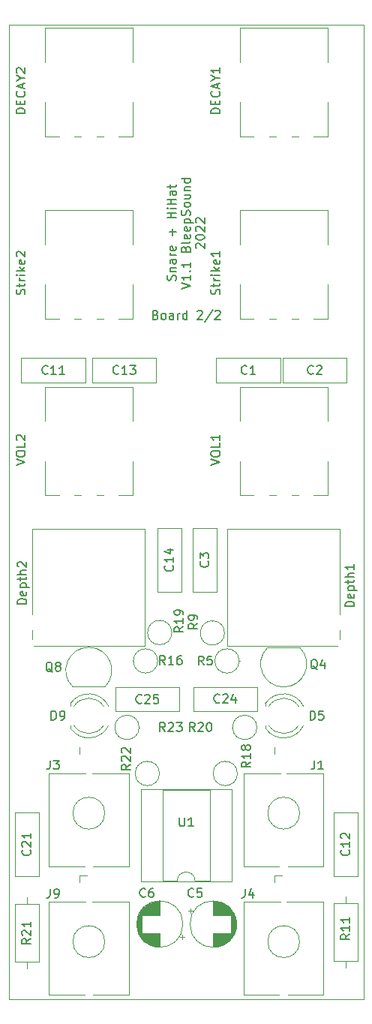
<source format=gto>
G04 #@! TF.GenerationSoftware,KiCad,Pcbnew,(6.0.6)*
G04 #@! TF.CreationDate,2022-10-26T13:20:39+02:00*
G04 #@! TF.ProjectId,Snare+Hihat,536e6172-652b-4486-9968-61742e6b6963,rev?*
G04 #@! TF.SameCoordinates,Original*
G04 #@! TF.FileFunction,Legend,Top*
G04 #@! TF.FilePolarity,Positive*
%FSLAX46Y46*%
G04 Gerber Fmt 4.6, Leading zero omitted, Abs format (unit mm)*
G04 Created by KiCad (PCBNEW (6.0.6)) date 2022-10-26 13:20:39*
%MOMM*%
%LPD*%
G01*
G04 APERTURE LIST*
G04 #@! TA.AperFunction,Profile*
%ADD10C,0.050000*%
G04 #@! TD*
%ADD11C,0.150000*%
%ADD12C,0.120000*%
%ADD13C,1.600000*%
%ADD14R,1.600000X1.600000*%
%ADD15R,1.800000X1.800000*%
%ADD16C,1.800000*%
%ADD17C,4.000000*%
%ADD18R,1.930000X1.830000*%
%ADD19C,2.130000*%
%ADD20R,1.050000X1.500000*%
%ADD21O,1.050000X1.500000*%
%ADD22O,1.600000X1.600000*%
%ADD23O,3.700000X2.400000*%
%ADD24O,1.700000X1.700000*%
%ADD25R,1.700000X1.700000*%
G04 APERTURE END LIST*
D10*
X73000000Y-31000000D02*
X112999999Y-31000000D01*
X112999999Y-31000000D02*
X113000000Y-141000000D01*
X73000000Y-31000000D02*
X73000000Y-141000000D01*
X73000000Y-141000000D02*
X113000000Y-141000000D01*
D11*
X89547619Y-63728571D02*
X89690476Y-63776190D01*
X89738095Y-63823809D01*
X89785714Y-63919047D01*
X89785714Y-64061904D01*
X89738095Y-64157142D01*
X89690476Y-64204761D01*
X89595238Y-64252380D01*
X89214285Y-64252380D01*
X89214285Y-63252380D01*
X89547619Y-63252380D01*
X89642857Y-63300000D01*
X89690476Y-63347619D01*
X89738095Y-63442857D01*
X89738095Y-63538095D01*
X89690476Y-63633333D01*
X89642857Y-63680952D01*
X89547619Y-63728571D01*
X89214285Y-63728571D01*
X90357142Y-64252380D02*
X90261904Y-64204761D01*
X90214285Y-64157142D01*
X90166666Y-64061904D01*
X90166666Y-63776190D01*
X90214285Y-63680952D01*
X90261904Y-63633333D01*
X90357142Y-63585714D01*
X90500000Y-63585714D01*
X90595238Y-63633333D01*
X90642857Y-63680952D01*
X90690476Y-63776190D01*
X90690476Y-64061904D01*
X90642857Y-64157142D01*
X90595238Y-64204761D01*
X90500000Y-64252380D01*
X90357142Y-64252380D01*
X91547619Y-64252380D02*
X91547619Y-63728571D01*
X91500000Y-63633333D01*
X91404761Y-63585714D01*
X91214285Y-63585714D01*
X91119047Y-63633333D01*
X91547619Y-64204761D02*
X91452380Y-64252380D01*
X91214285Y-64252380D01*
X91119047Y-64204761D01*
X91071428Y-64109523D01*
X91071428Y-64014285D01*
X91119047Y-63919047D01*
X91214285Y-63871428D01*
X91452380Y-63871428D01*
X91547619Y-63823809D01*
X92023809Y-64252380D02*
X92023809Y-63585714D01*
X92023809Y-63776190D02*
X92071428Y-63680952D01*
X92119047Y-63633333D01*
X92214285Y-63585714D01*
X92309523Y-63585714D01*
X93071428Y-64252380D02*
X93071428Y-63252380D01*
X93071428Y-64204761D02*
X92976190Y-64252380D01*
X92785714Y-64252380D01*
X92690476Y-64204761D01*
X92642857Y-64157142D01*
X92595238Y-64061904D01*
X92595238Y-63776190D01*
X92642857Y-63680952D01*
X92690476Y-63633333D01*
X92785714Y-63585714D01*
X92976190Y-63585714D01*
X93071428Y-63633333D01*
X94261904Y-63347619D02*
X94309523Y-63300000D01*
X94404761Y-63252380D01*
X94642857Y-63252380D01*
X94738095Y-63300000D01*
X94785714Y-63347619D01*
X94833333Y-63442857D01*
X94833333Y-63538095D01*
X94785714Y-63680952D01*
X94214285Y-64252380D01*
X94833333Y-64252380D01*
X95976190Y-63204761D02*
X95119047Y-64490476D01*
X96261904Y-63347619D02*
X96309523Y-63300000D01*
X96404761Y-63252380D01*
X96642857Y-63252380D01*
X96738095Y-63300000D01*
X96785714Y-63347619D01*
X96833333Y-63442857D01*
X96833333Y-63538095D01*
X96785714Y-63680952D01*
X96214285Y-64252380D01*
X96833333Y-64252380D01*
X91794761Y-59833333D02*
X91842380Y-59690476D01*
X91842380Y-59452380D01*
X91794761Y-59357142D01*
X91747142Y-59309523D01*
X91651904Y-59261904D01*
X91556666Y-59261904D01*
X91461428Y-59309523D01*
X91413809Y-59357142D01*
X91366190Y-59452380D01*
X91318571Y-59642857D01*
X91270952Y-59738095D01*
X91223333Y-59785714D01*
X91128095Y-59833333D01*
X91032857Y-59833333D01*
X90937619Y-59785714D01*
X90890000Y-59738095D01*
X90842380Y-59642857D01*
X90842380Y-59404761D01*
X90890000Y-59261904D01*
X91175714Y-58833333D02*
X91842380Y-58833333D01*
X91270952Y-58833333D02*
X91223333Y-58785714D01*
X91175714Y-58690476D01*
X91175714Y-58547619D01*
X91223333Y-58452380D01*
X91318571Y-58404761D01*
X91842380Y-58404761D01*
X91842380Y-57500000D02*
X91318571Y-57500000D01*
X91223333Y-57547619D01*
X91175714Y-57642857D01*
X91175714Y-57833333D01*
X91223333Y-57928571D01*
X91794761Y-57500000D02*
X91842380Y-57595238D01*
X91842380Y-57833333D01*
X91794761Y-57928571D01*
X91699523Y-57976190D01*
X91604285Y-57976190D01*
X91509047Y-57928571D01*
X91461428Y-57833333D01*
X91461428Y-57595238D01*
X91413809Y-57500000D01*
X91842380Y-57023809D02*
X91175714Y-57023809D01*
X91366190Y-57023809D02*
X91270952Y-56976190D01*
X91223333Y-56928571D01*
X91175714Y-56833333D01*
X91175714Y-56738095D01*
X91794761Y-56023809D02*
X91842380Y-56119047D01*
X91842380Y-56309523D01*
X91794761Y-56404761D01*
X91699523Y-56452380D01*
X91318571Y-56452380D01*
X91223333Y-56404761D01*
X91175714Y-56309523D01*
X91175714Y-56119047D01*
X91223333Y-56023809D01*
X91318571Y-55976190D01*
X91413809Y-55976190D01*
X91509047Y-56452380D01*
X91461428Y-54785714D02*
X91461428Y-54023809D01*
X91842380Y-54404761D02*
X91080476Y-54404761D01*
X91842380Y-52785714D02*
X90842380Y-52785714D01*
X91318571Y-52785714D02*
X91318571Y-52214285D01*
X91842380Y-52214285D02*
X90842380Y-52214285D01*
X91842380Y-51738095D02*
X91175714Y-51738095D01*
X90842380Y-51738095D02*
X90890000Y-51785714D01*
X90937619Y-51738095D01*
X90890000Y-51690476D01*
X90842380Y-51738095D01*
X90937619Y-51738095D01*
X91842380Y-51261904D02*
X90842380Y-51261904D01*
X91318571Y-51261904D02*
X91318571Y-50690476D01*
X91842380Y-50690476D02*
X90842380Y-50690476D01*
X91842380Y-49785714D02*
X91318571Y-49785714D01*
X91223333Y-49833333D01*
X91175714Y-49928571D01*
X91175714Y-50119047D01*
X91223333Y-50214285D01*
X91794761Y-49785714D02*
X91842380Y-49880952D01*
X91842380Y-50119047D01*
X91794761Y-50214285D01*
X91699523Y-50261904D01*
X91604285Y-50261904D01*
X91509047Y-50214285D01*
X91461428Y-50119047D01*
X91461428Y-49880952D01*
X91413809Y-49785714D01*
X91175714Y-49452380D02*
X91175714Y-49071428D01*
X90842380Y-49309523D02*
X91699523Y-49309523D01*
X91794761Y-49261904D01*
X91842380Y-49166666D01*
X91842380Y-49071428D01*
X92452380Y-60761904D02*
X93452380Y-60428571D01*
X92452380Y-60095238D01*
X93452380Y-59238095D02*
X93452380Y-59809523D01*
X93452380Y-59523809D02*
X92452380Y-59523809D01*
X92595238Y-59619047D01*
X92690476Y-59714285D01*
X92738095Y-59809523D01*
X93357142Y-58809523D02*
X93404761Y-58761904D01*
X93452380Y-58809523D01*
X93404761Y-58857142D01*
X93357142Y-58809523D01*
X93452380Y-58809523D01*
X93452380Y-57809523D02*
X93452380Y-58380952D01*
X93452380Y-58095238D02*
X92452380Y-58095238D01*
X92595238Y-58190476D01*
X92690476Y-58285714D01*
X92738095Y-58380952D01*
X92928571Y-56285714D02*
X92976190Y-56142857D01*
X93023809Y-56095238D01*
X93119047Y-56047619D01*
X93261904Y-56047619D01*
X93357142Y-56095238D01*
X93404761Y-56142857D01*
X93452380Y-56238095D01*
X93452380Y-56619047D01*
X92452380Y-56619047D01*
X92452380Y-56285714D01*
X92500000Y-56190476D01*
X92547619Y-56142857D01*
X92642857Y-56095238D01*
X92738095Y-56095238D01*
X92833333Y-56142857D01*
X92880952Y-56190476D01*
X92928571Y-56285714D01*
X92928571Y-56619047D01*
X93452380Y-55476190D02*
X93404761Y-55571428D01*
X93309523Y-55619047D01*
X92452380Y-55619047D01*
X93404761Y-54714285D02*
X93452380Y-54809523D01*
X93452380Y-55000000D01*
X93404761Y-55095238D01*
X93309523Y-55142857D01*
X92928571Y-55142857D01*
X92833333Y-55095238D01*
X92785714Y-55000000D01*
X92785714Y-54809523D01*
X92833333Y-54714285D01*
X92928571Y-54666666D01*
X93023809Y-54666666D01*
X93119047Y-55142857D01*
X93404761Y-53857142D02*
X93452380Y-53952380D01*
X93452380Y-54142857D01*
X93404761Y-54238095D01*
X93309523Y-54285714D01*
X92928571Y-54285714D01*
X92833333Y-54238095D01*
X92785714Y-54142857D01*
X92785714Y-53952380D01*
X92833333Y-53857142D01*
X92928571Y-53809523D01*
X93023809Y-53809523D01*
X93119047Y-54285714D01*
X92785714Y-53380952D02*
X93785714Y-53380952D01*
X92833333Y-53380952D02*
X92785714Y-53285714D01*
X92785714Y-53095238D01*
X92833333Y-53000000D01*
X92880952Y-52952380D01*
X92976190Y-52904761D01*
X93261904Y-52904761D01*
X93357142Y-52952380D01*
X93404761Y-53000000D01*
X93452380Y-53095238D01*
X93452380Y-53285714D01*
X93404761Y-53380952D01*
X93404761Y-52523809D02*
X93452380Y-52380952D01*
X93452380Y-52142857D01*
X93404761Y-52047619D01*
X93357142Y-52000000D01*
X93261904Y-51952380D01*
X93166666Y-51952380D01*
X93071428Y-52000000D01*
X93023809Y-52047619D01*
X92976190Y-52142857D01*
X92928571Y-52333333D01*
X92880952Y-52428571D01*
X92833333Y-52476190D01*
X92738095Y-52523809D01*
X92642857Y-52523809D01*
X92547619Y-52476190D01*
X92500000Y-52428571D01*
X92452380Y-52333333D01*
X92452380Y-52095238D01*
X92500000Y-51952380D01*
X93452380Y-51380952D02*
X93404761Y-51476190D01*
X93357142Y-51523809D01*
X93261904Y-51571428D01*
X92976190Y-51571428D01*
X92880952Y-51523809D01*
X92833333Y-51476190D01*
X92785714Y-51380952D01*
X92785714Y-51238095D01*
X92833333Y-51142857D01*
X92880952Y-51095238D01*
X92976190Y-51047619D01*
X93261904Y-51047619D01*
X93357142Y-51095238D01*
X93404761Y-51142857D01*
X93452380Y-51238095D01*
X93452380Y-51380952D01*
X92785714Y-50190476D02*
X93452380Y-50190476D01*
X92785714Y-50619047D02*
X93309523Y-50619047D01*
X93404761Y-50571428D01*
X93452380Y-50476190D01*
X93452380Y-50333333D01*
X93404761Y-50238095D01*
X93357142Y-50190476D01*
X92785714Y-49714285D02*
X93452380Y-49714285D01*
X92880952Y-49714285D02*
X92833333Y-49666666D01*
X92785714Y-49571428D01*
X92785714Y-49428571D01*
X92833333Y-49333333D01*
X92928571Y-49285714D01*
X93452380Y-49285714D01*
X93452380Y-48380952D02*
X92452380Y-48380952D01*
X93404761Y-48380952D02*
X93452380Y-48476190D01*
X93452380Y-48666666D01*
X93404761Y-48761904D01*
X93357142Y-48809523D01*
X93261904Y-48857142D01*
X92976190Y-48857142D01*
X92880952Y-48809523D01*
X92833333Y-48761904D01*
X92785714Y-48666666D01*
X92785714Y-48476190D01*
X92833333Y-48380952D01*
X94157619Y-56214285D02*
X94110000Y-56166666D01*
X94062380Y-56071428D01*
X94062380Y-55833333D01*
X94110000Y-55738095D01*
X94157619Y-55690476D01*
X94252857Y-55642857D01*
X94348095Y-55642857D01*
X94490952Y-55690476D01*
X95062380Y-56261904D01*
X95062380Y-55642857D01*
X94062380Y-55023809D02*
X94062380Y-54928571D01*
X94110000Y-54833333D01*
X94157619Y-54785714D01*
X94252857Y-54738095D01*
X94443333Y-54690476D01*
X94681428Y-54690476D01*
X94871904Y-54738095D01*
X94967142Y-54785714D01*
X95014761Y-54833333D01*
X95062380Y-54928571D01*
X95062380Y-55023809D01*
X95014761Y-55119047D01*
X94967142Y-55166666D01*
X94871904Y-55214285D01*
X94681428Y-55261904D01*
X94443333Y-55261904D01*
X94252857Y-55214285D01*
X94157619Y-55166666D01*
X94110000Y-55119047D01*
X94062380Y-55023809D01*
X94157619Y-54309523D02*
X94110000Y-54261904D01*
X94062380Y-54166666D01*
X94062380Y-53928571D01*
X94110000Y-53833333D01*
X94157619Y-53785714D01*
X94252857Y-53738095D01*
X94348095Y-53738095D01*
X94490952Y-53785714D01*
X95062380Y-54357142D01*
X95062380Y-53738095D01*
X94157619Y-53357142D02*
X94110000Y-53309523D01*
X94062380Y-53214285D01*
X94062380Y-52976190D01*
X94110000Y-52880952D01*
X94157619Y-52833333D01*
X94252857Y-52785714D01*
X94348095Y-52785714D01*
X94490952Y-52833333D01*
X95062380Y-53404761D01*
X95062380Y-52785714D01*
X99833333Y-70357142D02*
X99785714Y-70404761D01*
X99642857Y-70452380D01*
X99547619Y-70452380D01*
X99404761Y-70404761D01*
X99309523Y-70309523D01*
X99261904Y-70214285D01*
X99214285Y-70023809D01*
X99214285Y-69880952D01*
X99261904Y-69690476D01*
X99309523Y-69595238D01*
X99404761Y-69500000D01*
X99547619Y-69452380D01*
X99642857Y-69452380D01*
X99785714Y-69500000D01*
X99833333Y-69547619D01*
X100785714Y-70452380D02*
X100214285Y-70452380D01*
X100500000Y-70452380D02*
X100500000Y-69452380D01*
X100404761Y-69595238D01*
X100309523Y-69690476D01*
X100214285Y-69738095D01*
X107333333Y-70357142D02*
X107285714Y-70404761D01*
X107142857Y-70452380D01*
X107047619Y-70452380D01*
X106904761Y-70404761D01*
X106809523Y-70309523D01*
X106761904Y-70214285D01*
X106714285Y-70023809D01*
X106714285Y-69880952D01*
X106761904Y-69690476D01*
X106809523Y-69595238D01*
X106904761Y-69500000D01*
X107047619Y-69452380D01*
X107142857Y-69452380D01*
X107285714Y-69500000D01*
X107333333Y-69547619D01*
X107714285Y-69547619D02*
X107761904Y-69500000D01*
X107857142Y-69452380D01*
X108095238Y-69452380D01*
X108190476Y-69500000D01*
X108238095Y-69547619D01*
X108285714Y-69642857D01*
X108285714Y-69738095D01*
X108238095Y-69880952D01*
X107666666Y-70452380D01*
X108285714Y-70452380D01*
X95457142Y-91566666D02*
X95504761Y-91614285D01*
X95552380Y-91757142D01*
X95552380Y-91852380D01*
X95504761Y-91995238D01*
X95409523Y-92090476D01*
X95314285Y-92138095D01*
X95123809Y-92185714D01*
X94980952Y-92185714D01*
X94790476Y-92138095D01*
X94695238Y-92090476D01*
X94600000Y-91995238D01*
X94552380Y-91852380D01*
X94552380Y-91757142D01*
X94600000Y-91614285D01*
X94647619Y-91566666D01*
X94552380Y-91233333D02*
X94552380Y-90614285D01*
X94933333Y-90947619D01*
X94933333Y-90804761D01*
X94980952Y-90709523D01*
X95028571Y-90661904D01*
X95123809Y-90614285D01*
X95361904Y-90614285D01*
X95457142Y-90661904D01*
X95504761Y-90709523D01*
X95552380Y-90804761D01*
X95552380Y-91090476D01*
X95504761Y-91185714D01*
X95457142Y-91233333D01*
X93833333Y-129357142D02*
X93785714Y-129404761D01*
X93642857Y-129452380D01*
X93547619Y-129452380D01*
X93404761Y-129404761D01*
X93309523Y-129309523D01*
X93261904Y-129214285D01*
X93214285Y-129023809D01*
X93214285Y-128880952D01*
X93261904Y-128690476D01*
X93309523Y-128595238D01*
X93404761Y-128500000D01*
X93547619Y-128452380D01*
X93642857Y-128452380D01*
X93785714Y-128500000D01*
X93833333Y-128547619D01*
X94738095Y-128452380D02*
X94261904Y-128452380D01*
X94214285Y-128928571D01*
X94261904Y-128880952D01*
X94357142Y-128833333D01*
X94595238Y-128833333D01*
X94690476Y-128880952D01*
X94738095Y-128928571D01*
X94785714Y-129023809D01*
X94785714Y-129261904D01*
X94738095Y-129357142D01*
X94690476Y-129404761D01*
X94595238Y-129452380D01*
X94357142Y-129452380D01*
X94261904Y-129404761D01*
X94214285Y-129357142D01*
X88378220Y-129357142D02*
X88330601Y-129404761D01*
X88187744Y-129452380D01*
X88092506Y-129452380D01*
X87949648Y-129404761D01*
X87854410Y-129309523D01*
X87806791Y-129214285D01*
X87759172Y-129023809D01*
X87759172Y-128880952D01*
X87806791Y-128690476D01*
X87854410Y-128595238D01*
X87949648Y-128500000D01*
X88092506Y-128452380D01*
X88187744Y-128452380D01*
X88330601Y-128500000D01*
X88378220Y-128547619D01*
X89235363Y-128452380D02*
X89044887Y-128452380D01*
X88949648Y-128500000D01*
X88902029Y-128547619D01*
X88806791Y-128690476D01*
X88759172Y-128880952D01*
X88759172Y-129261904D01*
X88806791Y-129357142D01*
X88854410Y-129404761D01*
X88949648Y-129452380D01*
X89140125Y-129452380D01*
X89235363Y-129404761D01*
X89282982Y-129357142D01*
X89330601Y-129261904D01*
X89330601Y-129023809D01*
X89282982Y-128928571D01*
X89235363Y-128880952D01*
X89140125Y-128833333D01*
X88949648Y-128833333D01*
X88854410Y-128880952D01*
X88806791Y-128928571D01*
X88759172Y-129023809D01*
X77357142Y-70357142D02*
X77309523Y-70404761D01*
X77166666Y-70452380D01*
X77071428Y-70452380D01*
X76928571Y-70404761D01*
X76833333Y-70309523D01*
X76785714Y-70214285D01*
X76738095Y-70023809D01*
X76738095Y-69880952D01*
X76785714Y-69690476D01*
X76833333Y-69595238D01*
X76928571Y-69500000D01*
X77071428Y-69452380D01*
X77166666Y-69452380D01*
X77309523Y-69500000D01*
X77357142Y-69547619D01*
X78309523Y-70452380D02*
X77738095Y-70452380D01*
X78023809Y-70452380D02*
X78023809Y-69452380D01*
X77928571Y-69595238D01*
X77833333Y-69690476D01*
X77738095Y-69738095D01*
X79261904Y-70452380D02*
X78690476Y-70452380D01*
X78976190Y-70452380D02*
X78976190Y-69452380D01*
X78880952Y-69595238D01*
X78785714Y-69690476D01*
X78690476Y-69738095D01*
X111357142Y-124142857D02*
X111404761Y-124190476D01*
X111452380Y-124333333D01*
X111452380Y-124428571D01*
X111404761Y-124571428D01*
X111309523Y-124666666D01*
X111214285Y-124714285D01*
X111023809Y-124761904D01*
X110880952Y-124761904D01*
X110690476Y-124714285D01*
X110595238Y-124666666D01*
X110500000Y-124571428D01*
X110452380Y-124428571D01*
X110452380Y-124333333D01*
X110500000Y-124190476D01*
X110547619Y-124142857D01*
X111452380Y-123190476D02*
X111452380Y-123761904D01*
X111452380Y-123476190D02*
X110452380Y-123476190D01*
X110595238Y-123571428D01*
X110690476Y-123666666D01*
X110738095Y-123761904D01*
X110547619Y-122809523D02*
X110500000Y-122761904D01*
X110452380Y-122666666D01*
X110452380Y-122428571D01*
X110500000Y-122333333D01*
X110547619Y-122285714D01*
X110642857Y-122238095D01*
X110738095Y-122238095D01*
X110880952Y-122285714D01*
X111452380Y-122857142D01*
X111452380Y-122238095D01*
X85357142Y-70357142D02*
X85309523Y-70404761D01*
X85166666Y-70452380D01*
X85071428Y-70452380D01*
X84928571Y-70404761D01*
X84833333Y-70309523D01*
X84785714Y-70214285D01*
X84738095Y-70023809D01*
X84738095Y-69880952D01*
X84785714Y-69690476D01*
X84833333Y-69595238D01*
X84928571Y-69500000D01*
X85071428Y-69452380D01*
X85166666Y-69452380D01*
X85309523Y-69500000D01*
X85357142Y-69547619D01*
X86309523Y-70452380D02*
X85738095Y-70452380D01*
X86023809Y-70452380D02*
X86023809Y-69452380D01*
X85928571Y-69595238D01*
X85833333Y-69690476D01*
X85738095Y-69738095D01*
X86642857Y-69452380D02*
X87261904Y-69452380D01*
X86928571Y-69833333D01*
X87071428Y-69833333D01*
X87166666Y-69880952D01*
X87214285Y-69928571D01*
X87261904Y-70023809D01*
X87261904Y-70261904D01*
X87214285Y-70357142D01*
X87166666Y-70404761D01*
X87071428Y-70452380D01*
X86785714Y-70452380D01*
X86690476Y-70404761D01*
X86642857Y-70357142D01*
X91457142Y-92042857D02*
X91504761Y-92090476D01*
X91552380Y-92233333D01*
X91552380Y-92328571D01*
X91504761Y-92471428D01*
X91409523Y-92566666D01*
X91314285Y-92614285D01*
X91123809Y-92661904D01*
X90980952Y-92661904D01*
X90790476Y-92614285D01*
X90695238Y-92566666D01*
X90600000Y-92471428D01*
X90552380Y-92328571D01*
X90552380Y-92233333D01*
X90600000Y-92090476D01*
X90647619Y-92042857D01*
X91552380Y-91090476D02*
X91552380Y-91661904D01*
X91552380Y-91376190D02*
X90552380Y-91376190D01*
X90695238Y-91471428D01*
X90790476Y-91566666D01*
X90838095Y-91661904D01*
X90885714Y-90233333D02*
X91552380Y-90233333D01*
X90504761Y-90471428D02*
X91219047Y-90709523D01*
X91219047Y-90090476D01*
X75357142Y-124142857D02*
X75404761Y-124190476D01*
X75452380Y-124333333D01*
X75452380Y-124428571D01*
X75404761Y-124571428D01*
X75309523Y-124666666D01*
X75214285Y-124714285D01*
X75023809Y-124761904D01*
X74880952Y-124761904D01*
X74690476Y-124714285D01*
X74595238Y-124666666D01*
X74500000Y-124571428D01*
X74452380Y-124428571D01*
X74452380Y-124333333D01*
X74500000Y-124190476D01*
X74547619Y-124142857D01*
X74547619Y-123761904D02*
X74500000Y-123714285D01*
X74452380Y-123619047D01*
X74452380Y-123380952D01*
X74500000Y-123285714D01*
X74547619Y-123238095D01*
X74642857Y-123190476D01*
X74738095Y-123190476D01*
X74880952Y-123238095D01*
X75452380Y-123809523D01*
X75452380Y-123190476D01*
X75452380Y-122238095D02*
X75452380Y-122809523D01*
X75452380Y-122523809D02*
X74452380Y-122523809D01*
X74595238Y-122619047D01*
X74690476Y-122714285D01*
X74738095Y-122809523D01*
X106986904Y-109452380D02*
X106986904Y-108452380D01*
X107225000Y-108452380D01*
X107367857Y-108500000D01*
X107463095Y-108595238D01*
X107510714Y-108690476D01*
X107558333Y-108880952D01*
X107558333Y-109023809D01*
X107510714Y-109214285D01*
X107463095Y-109309523D01*
X107367857Y-109404761D01*
X107225000Y-109452380D01*
X106986904Y-109452380D01*
X108463095Y-108452380D02*
X107986904Y-108452380D01*
X107939285Y-108928571D01*
X107986904Y-108880952D01*
X108082142Y-108833333D01*
X108320238Y-108833333D01*
X108415476Y-108880952D01*
X108463095Y-108928571D01*
X108510714Y-109023809D01*
X108510714Y-109261904D01*
X108463095Y-109357142D01*
X108415476Y-109404761D01*
X108320238Y-109452380D01*
X108082142Y-109452380D01*
X107986904Y-109404761D01*
X107939285Y-109357142D01*
X77761904Y-109452380D02*
X77761904Y-108452380D01*
X78000000Y-108452380D01*
X78142857Y-108500000D01*
X78238095Y-108595238D01*
X78285714Y-108690476D01*
X78333333Y-108880952D01*
X78333333Y-109023809D01*
X78285714Y-109214285D01*
X78238095Y-109309523D01*
X78142857Y-109404761D01*
X78000000Y-109452380D01*
X77761904Y-109452380D01*
X78809523Y-109452380D02*
X79000000Y-109452380D01*
X79095238Y-109404761D01*
X79142857Y-109357142D01*
X79238095Y-109214285D01*
X79285714Y-109023809D01*
X79285714Y-108642857D01*
X79238095Y-108547619D01*
X79190476Y-108500000D01*
X79095238Y-108452380D01*
X78904761Y-108452380D01*
X78809523Y-108500000D01*
X78761904Y-108547619D01*
X78714285Y-108642857D01*
X78714285Y-108880952D01*
X78761904Y-108976190D01*
X78809523Y-109023809D01*
X78904761Y-109071428D01*
X79095238Y-109071428D01*
X79190476Y-109023809D01*
X79238095Y-108976190D01*
X79285714Y-108880952D01*
X74802380Y-40997619D02*
X73802380Y-40997619D01*
X73802380Y-40759523D01*
X73850000Y-40616666D01*
X73945238Y-40521428D01*
X74040476Y-40473809D01*
X74230952Y-40426190D01*
X74373809Y-40426190D01*
X74564285Y-40473809D01*
X74659523Y-40521428D01*
X74754761Y-40616666D01*
X74802380Y-40759523D01*
X74802380Y-40997619D01*
X74278571Y-39997619D02*
X74278571Y-39664285D01*
X74802380Y-39521428D02*
X74802380Y-39997619D01*
X73802380Y-39997619D01*
X73802380Y-39521428D01*
X74707142Y-38521428D02*
X74754761Y-38569047D01*
X74802380Y-38711904D01*
X74802380Y-38807142D01*
X74754761Y-38950000D01*
X74659523Y-39045238D01*
X74564285Y-39092857D01*
X74373809Y-39140476D01*
X74230952Y-39140476D01*
X74040476Y-39092857D01*
X73945238Y-39045238D01*
X73850000Y-38950000D01*
X73802380Y-38807142D01*
X73802380Y-38711904D01*
X73850000Y-38569047D01*
X73897619Y-38521428D01*
X74516666Y-38140476D02*
X74516666Y-37664285D01*
X74802380Y-38235714D02*
X73802380Y-37902380D01*
X74802380Y-37569047D01*
X74326190Y-37045238D02*
X74802380Y-37045238D01*
X73802380Y-37378571D02*
X74326190Y-37045238D01*
X73802380Y-36711904D01*
X73897619Y-36426190D02*
X73850000Y-36378571D01*
X73802380Y-36283333D01*
X73802380Y-36045238D01*
X73850000Y-35950000D01*
X73897619Y-35902380D01*
X73992857Y-35854761D01*
X74088095Y-35854761D01*
X74230952Y-35902380D01*
X74802380Y-36473809D01*
X74802380Y-35854761D01*
X77636666Y-114032380D02*
X77636666Y-114746666D01*
X77589047Y-114889523D01*
X77493809Y-114984761D01*
X77350952Y-115032380D01*
X77255714Y-115032380D01*
X78017619Y-114032380D02*
X78636666Y-114032380D01*
X78303333Y-114413333D01*
X78446190Y-114413333D01*
X78541428Y-114460952D01*
X78589047Y-114508571D01*
X78636666Y-114603809D01*
X78636666Y-114841904D01*
X78589047Y-114937142D01*
X78541428Y-114984761D01*
X78446190Y-115032380D01*
X78160476Y-115032380D01*
X78065238Y-114984761D01*
X78017619Y-114937142D01*
X99636666Y-128532380D02*
X99636666Y-129246666D01*
X99589047Y-129389523D01*
X99493809Y-129484761D01*
X99350952Y-129532380D01*
X99255714Y-129532380D01*
X100541428Y-128865714D02*
X100541428Y-129532380D01*
X100303333Y-128484761D02*
X100065238Y-129199047D01*
X100684285Y-129199047D01*
X77636666Y-128532380D02*
X77636666Y-129246666D01*
X77589047Y-129389523D01*
X77493809Y-129484761D01*
X77350952Y-129532380D01*
X77255714Y-129532380D01*
X78160476Y-129532380D02*
X78350952Y-129532380D01*
X78446190Y-129484761D01*
X78493809Y-129437142D01*
X78589047Y-129294285D01*
X78636666Y-129103809D01*
X78636666Y-128722857D01*
X78589047Y-128627619D01*
X78541428Y-128580000D01*
X78446190Y-128532380D01*
X78255714Y-128532380D01*
X78160476Y-128580000D01*
X78112857Y-128627619D01*
X78065238Y-128722857D01*
X78065238Y-128960952D01*
X78112857Y-129056190D01*
X78160476Y-129103809D01*
X78255714Y-129151428D01*
X78446190Y-129151428D01*
X78541428Y-129103809D01*
X78589047Y-129056190D01*
X78636666Y-128960952D01*
X107804761Y-103747619D02*
X107709523Y-103700000D01*
X107614285Y-103604761D01*
X107471428Y-103461904D01*
X107376190Y-103414285D01*
X107280952Y-103414285D01*
X107328571Y-103652380D02*
X107233333Y-103604761D01*
X107138095Y-103509523D01*
X107090476Y-103319047D01*
X107090476Y-102985714D01*
X107138095Y-102795238D01*
X107233333Y-102700000D01*
X107328571Y-102652380D01*
X107519047Y-102652380D01*
X107614285Y-102700000D01*
X107709523Y-102795238D01*
X107757142Y-102985714D01*
X107757142Y-103319047D01*
X107709523Y-103509523D01*
X107614285Y-103604761D01*
X107519047Y-103652380D01*
X107328571Y-103652380D01*
X108614285Y-102985714D02*
X108614285Y-103652380D01*
X108376190Y-102604761D02*
X108138095Y-103319047D01*
X108757142Y-103319047D01*
X77904761Y-104047619D02*
X77809523Y-104000000D01*
X77714285Y-103904761D01*
X77571428Y-103761904D01*
X77476190Y-103714285D01*
X77380952Y-103714285D01*
X77428571Y-103952380D02*
X77333333Y-103904761D01*
X77238095Y-103809523D01*
X77190476Y-103619047D01*
X77190476Y-103285714D01*
X77238095Y-103095238D01*
X77333333Y-103000000D01*
X77428571Y-102952380D01*
X77619047Y-102952380D01*
X77714285Y-103000000D01*
X77809523Y-103095238D01*
X77857142Y-103285714D01*
X77857142Y-103619047D01*
X77809523Y-103809523D01*
X77714285Y-103904761D01*
X77619047Y-103952380D01*
X77428571Y-103952380D01*
X78428571Y-103380952D02*
X78333333Y-103333333D01*
X78285714Y-103285714D01*
X78238095Y-103190476D01*
X78238095Y-103142857D01*
X78285714Y-103047619D01*
X78333333Y-103000000D01*
X78428571Y-102952380D01*
X78619047Y-102952380D01*
X78714285Y-103000000D01*
X78761904Y-103047619D01*
X78809523Y-103142857D01*
X78809523Y-103190476D01*
X78761904Y-103285714D01*
X78714285Y-103333333D01*
X78619047Y-103380952D01*
X78428571Y-103380952D01*
X78333333Y-103428571D01*
X78285714Y-103476190D01*
X78238095Y-103571428D01*
X78238095Y-103761904D01*
X78285714Y-103857142D01*
X78333333Y-103904761D01*
X78428571Y-103952380D01*
X78619047Y-103952380D01*
X78714285Y-103904761D01*
X78761904Y-103857142D01*
X78809523Y-103761904D01*
X78809523Y-103571428D01*
X78761904Y-103476190D01*
X78714285Y-103428571D01*
X78619047Y-103380952D01*
X94978333Y-103252380D02*
X94645000Y-102776190D01*
X94406904Y-103252380D02*
X94406904Y-102252380D01*
X94787857Y-102252380D01*
X94883095Y-102300000D01*
X94930714Y-102347619D01*
X94978333Y-102442857D01*
X94978333Y-102585714D01*
X94930714Y-102680952D01*
X94883095Y-102728571D01*
X94787857Y-102776190D01*
X94406904Y-102776190D01*
X95883095Y-102252380D02*
X95406904Y-102252380D01*
X95359285Y-102728571D01*
X95406904Y-102680952D01*
X95502142Y-102633333D01*
X95740238Y-102633333D01*
X95835476Y-102680952D01*
X95883095Y-102728571D01*
X95930714Y-102823809D01*
X95930714Y-103061904D01*
X95883095Y-103157142D01*
X95835476Y-103204761D01*
X95740238Y-103252380D01*
X95502142Y-103252380D01*
X95406904Y-103204761D01*
X95359285Y-103157142D01*
X94252380Y-98566666D02*
X93776190Y-98900000D01*
X94252380Y-99138095D02*
X93252380Y-99138095D01*
X93252380Y-98757142D01*
X93300000Y-98661904D01*
X93347619Y-98614285D01*
X93442857Y-98566666D01*
X93585714Y-98566666D01*
X93680952Y-98614285D01*
X93728571Y-98661904D01*
X93776190Y-98757142D01*
X93776190Y-99138095D01*
X94252380Y-98090476D02*
X94252380Y-97900000D01*
X94204761Y-97804761D01*
X94157142Y-97757142D01*
X94014285Y-97661904D01*
X93823809Y-97614285D01*
X93442857Y-97614285D01*
X93347619Y-97661904D01*
X93300000Y-97709523D01*
X93252380Y-97804761D01*
X93252380Y-97995238D01*
X93300000Y-98090476D01*
X93347619Y-98138095D01*
X93442857Y-98185714D01*
X93680952Y-98185714D01*
X93776190Y-98138095D01*
X93823809Y-98090476D01*
X93871428Y-97995238D01*
X93871428Y-97804761D01*
X93823809Y-97709523D01*
X93776190Y-97661904D01*
X93680952Y-97614285D01*
X111452380Y-133642857D02*
X110976190Y-133976190D01*
X111452380Y-134214285D02*
X110452380Y-134214285D01*
X110452380Y-133833333D01*
X110500000Y-133738095D01*
X110547619Y-133690476D01*
X110642857Y-133642857D01*
X110785714Y-133642857D01*
X110880952Y-133690476D01*
X110928571Y-133738095D01*
X110976190Y-133833333D01*
X110976190Y-134214285D01*
X111452380Y-132690476D02*
X111452380Y-133261904D01*
X111452380Y-132976190D02*
X110452380Y-132976190D01*
X110595238Y-133071428D01*
X110690476Y-133166666D01*
X110738095Y-133261904D01*
X111452380Y-131738095D02*
X111452380Y-132309523D01*
X111452380Y-132023809D02*
X110452380Y-132023809D01*
X110595238Y-132119047D01*
X110690476Y-132214285D01*
X110738095Y-132309523D01*
X90612142Y-103202380D02*
X90278809Y-102726190D01*
X90040714Y-103202380D02*
X90040714Y-102202380D01*
X90421666Y-102202380D01*
X90516904Y-102250000D01*
X90564523Y-102297619D01*
X90612142Y-102392857D01*
X90612142Y-102535714D01*
X90564523Y-102630952D01*
X90516904Y-102678571D01*
X90421666Y-102726190D01*
X90040714Y-102726190D01*
X91564523Y-103202380D02*
X90993095Y-103202380D01*
X91278809Y-103202380D02*
X91278809Y-102202380D01*
X91183571Y-102345238D01*
X91088333Y-102440476D01*
X90993095Y-102488095D01*
X92421666Y-102202380D02*
X92231190Y-102202380D01*
X92135952Y-102250000D01*
X92088333Y-102297619D01*
X91993095Y-102440476D01*
X91945476Y-102630952D01*
X91945476Y-103011904D01*
X91993095Y-103107142D01*
X92040714Y-103154761D01*
X92135952Y-103202380D01*
X92326428Y-103202380D01*
X92421666Y-103154761D01*
X92469285Y-103107142D01*
X92516904Y-103011904D01*
X92516904Y-102773809D01*
X92469285Y-102678571D01*
X92421666Y-102630952D01*
X92326428Y-102583333D01*
X92135952Y-102583333D01*
X92040714Y-102630952D01*
X91993095Y-102678571D01*
X91945476Y-102773809D01*
X92652380Y-98942857D02*
X92176190Y-99276190D01*
X92652380Y-99514285D02*
X91652380Y-99514285D01*
X91652380Y-99133333D01*
X91700000Y-99038095D01*
X91747619Y-98990476D01*
X91842857Y-98942857D01*
X91985714Y-98942857D01*
X92080952Y-98990476D01*
X92128571Y-99038095D01*
X92176190Y-99133333D01*
X92176190Y-99514285D01*
X92652380Y-97990476D02*
X92652380Y-98561904D01*
X92652380Y-98276190D02*
X91652380Y-98276190D01*
X91795238Y-98371428D01*
X91890476Y-98466666D01*
X91938095Y-98561904D01*
X92652380Y-97514285D02*
X92652380Y-97323809D01*
X92604761Y-97228571D01*
X92557142Y-97180952D01*
X92414285Y-97085714D01*
X92223809Y-97038095D01*
X91842857Y-97038095D01*
X91747619Y-97085714D01*
X91700000Y-97133333D01*
X91652380Y-97228571D01*
X91652380Y-97419047D01*
X91700000Y-97514285D01*
X91747619Y-97561904D01*
X91842857Y-97609523D01*
X92080952Y-97609523D01*
X92176190Y-97561904D01*
X92223809Y-97514285D01*
X92271428Y-97419047D01*
X92271428Y-97228571D01*
X92223809Y-97133333D01*
X92176190Y-97085714D01*
X92080952Y-97038095D01*
X75452380Y-134142857D02*
X74976190Y-134476190D01*
X75452380Y-134714285D02*
X74452380Y-134714285D01*
X74452380Y-134333333D01*
X74500000Y-134238095D01*
X74547619Y-134190476D01*
X74642857Y-134142857D01*
X74785714Y-134142857D01*
X74880952Y-134190476D01*
X74928571Y-134238095D01*
X74976190Y-134333333D01*
X74976190Y-134714285D01*
X74547619Y-133761904D02*
X74500000Y-133714285D01*
X74452380Y-133619047D01*
X74452380Y-133380952D01*
X74500000Y-133285714D01*
X74547619Y-133238095D01*
X74642857Y-133190476D01*
X74738095Y-133190476D01*
X74880952Y-133238095D01*
X75452380Y-133809523D01*
X75452380Y-133190476D01*
X75452380Y-132238095D02*
X75452380Y-132809523D01*
X75452380Y-132523809D02*
X74452380Y-132523809D01*
X74595238Y-132619047D01*
X74690476Y-132714285D01*
X74738095Y-132809523D01*
X74754761Y-61428571D02*
X74802380Y-61285714D01*
X74802380Y-61047619D01*
X74754761Y-60952380D01*
X74707142Y-60904761D01*
X74611904Y-60857142D01*
X74516666Y-60857142D01*
X74421428Y-60904761D01*
X74373809Y-60952380D01*
X74326190Y-61047619D01*
X74278571Y-61238095D01*
X74230952Y-61333333D01*
X74183333Y-61380952D01*
X74088095Y-61428571D01*
X73992857Y-61428571D01*
X73897619Y-61380952D01*
X73850000Y-61333333D01*
X73802380Y-61238095D01*
X73802380Y-61000000D01*
X73850000Y-60857142D01*
X74135714Y-60571428D02*
X74135714Y-60190476D01*
X73802380Y-60428571D02*
X74659523Y-60428571D01*
X74754761Y-60380952D01*
X74802380Y-60285714D01*
X74802380Y-60190476D01*
X74802380Y-59857142D02*
X74135714Y-59857142D01*
X74326190Y-59857142D02*
X74230952Y-59809523D01*
X74183333Y-59761904D01*
X74135714Y-59666666D01*
X74135714Y-59571428D01*
X74802380Y-59238095D02*
X74135714Y-59238095D01*
X73802380Y-59238095D02*
X73850000Y-59285714D01*
X73897619Y-59238095D01*
X73850000Y-59190476D01*
X73802380Y-59238095D01*
X73897619Y-59238095D01*
X74802380Y-58761904D02*
X73802380Y-58761904D01*
X74421428Y-58666666D02*
X74802380Y-58380952D01*
X74135714Y-58380952D02*
X74516666Y-58761904D01*
X74754761Y-57571428D02*
X74802380Y-57666666D01*
X74802380Y-57857142D01*
X74754761Y-57952380D01*
X74659523Y-58000000D01*
X74278571Y-58000000D01*
X74183333Y-57952380D01*
X74135714Y-57857142D01*
X74135714Y-57666666D01*
X74183333Y-57571428D01*
X74278571Y-57523809D01*
X74373809Y-57523809D01*
X74469047Y-58000000D01*
X73897619Y-57142857D02*
X73850000Y-57095238D01*
X73802380Y-57000000D01*
X73802380Y-56761904D01*
X73850000Y-56666666D01*
X73897619Y-56619047D01*
X73992857Y-56571428D01*
X74088095Y-56571428D01*
X74230952Y-56619047D01*
X74802380Y-57190476D01*
X74802380Y-56571428D01*
X96802380Y-40997619D02*
X95802380Y-40997619D01*
X95802380Y-40759523D01*
X95850000Y-40616666D01*
X95945238Y-40521428D01*
X96040476Y-40473809D01*
X96230952Y-40426190D01*
X96373809Y-40426190D01*
X96564285Y-40473809D01*
X96659523Y-40521428D01*
X96754761Y-40616666D01*
X96802380Y-40759523D01*
X96802380Y-40997619D01*
X96278571Y-39997619D02*
X96278571Y-39664285D01*
X96802380Y-39521428D02*
X96802380Y-39997619D01*
X95802380Y-39997619D01*
X95802380Y-39521428D01*
X96707142Y-38521428D02*
X96754761Y-38569047D01*
X96802380Y-38711904D01*
X96802380Y-38807142D01*
X96754761Y-38950000D01*
X96659523Y-39045238D01*
X96564285Y-39092857D01*
X96373809Y-39140476D01*
X96230952Y-39140476D01*
X96040476Y-39092857D01*
X95945238Y-39045238D01*
X95850000Y-38950000D01*
X95802380Y-38807142D01*
X95802380Y-38711904D01*
X95850000Y-38569047D01*
X95897619Y-38521428D01*
X96516666Y-38140476D02*
X96516666Y-37664285D01*
X96802380Y-38235714D02*
X95802380Y-37902380D01*
X96802380Y-37569047D01*
X96326190Y-37045238D02*
X96802380Y-37045238D01*
X95802380Y-37378571D02*
X96326190Y-37045238D01*
X95802380Y-36711904D01*
X96802380Y-35854761D02*
X96802380Y-36426190D01*
X96802380Y-36140476D02*
X95802380Y-36140476D01*
X95945238Y-36235714D01*
X96040476Y-36330952D01*
X96088095Y-36426190D01*
X96754761Y-61428571D02*
X96802380Y-61285714D01*
X96802380Y-61047619D01*
X96754761Y-60952380D01*
X96707142Y-60904761D01*
X96611904Y-60857142D01*
X96516666Y-60857142D01*
X96421428Y-60904761D01*
X96373809Y-60952380D01*
X96326190Y-61047619D01*
X96278571Y-61238095D01*
X96230952Y-61333333D01*
X96183333Y-61380952D01*
X96088095Y-61428571D01*
X95992857Y-61428571D01*
X95897619Y-61380952D01*
X95850000Y-61333333D01*
X95802380Y-61238095D01*
X95802380Y-61000000D01*
X95850000Y-60857142D01*
X96135714Y-60571428D02*
X96135714Y-60190476D01*
X95802380Y-60428571D02*
X96659523Y-60428571D01*
X96754761Y-60380952D01*
X96802380Y-60285714D01*
X96802380Y-60190476D01*
X96802380Y-59857142D02*
X96135714Y-59857142D01*
X96326190Y-59857142D02*
X96230952Y-59809523D01*
X96183333Y-59761904D01*
X96135714Y-59666666D01*
X96135714Y-59571428D01*
X96802380Y-59238095D02*
X96135714Y-59238095D01*
X95802380Y-59238095D02*
X95850000Y-59285714D01*
X95897619Y-59238095D01*
X95850000Y-59190476D01*
X95802380Y-59238095D01*
X95897619Y-59238095D01*
X96802380Y-58761904D02*
X95802380Y-58761904D01*
X96421428Y-58666666D02*
X96802380Y-58380952D01*
X96135714Y-58380952D02*
X96516666Y-58761904D01*
X96754761Y-57571428D02*
X96802380Y-57666666D01*
X96802380Y-57857142D01*
X96754761Y-57952380D01*
X96659523Y-58000000D01*
X96278571Y-58000000D01*
X96183333Y-57952380D01*
X96135714Y-57857142D01*
X96135714Y-57666666D01*
X96183333Y-57571428D01*
X96278571Y-57523809D01*
X96373809Y-57523809D01*
X96469047Y-58000000D01*
X96802380Y-56571428D02*
X96802380Y-57142857D01*
X96802380Y-56857142D02*
X95802380Y-56857142D01*
X95945238Y-56952380D01*
X96040476Y-57047619D01*
X96088095Y-57142857D01*
X95802380Y-80688095D02*
X96802380Y-80354761D01*
X95802380Y-80021428D01*
X95802380Y-79497619D02*
X95802380Y-79307142D01*
X95850000Y-79211904D01*
X95945238Y-79116666D01*
X96135714Y-79069047D01*
X96469047Y-79069047D01*
X96659523Y-79116666D01*
X96754761Y-79211904D01*
X96802380Y-79307142D01*
X96802380Y-79497619D01*
X96754761Y-79592857D01*
X96659523Y-79688095D01*
X96469047Y-79735714D01*
X96135714Y-79735714D01*
X95945238Y-79688095D01*
X95850000Y-79592857D01*
X95802380Y-79497619D01*
X96802380Y-78164285D02*
X96802380Y-78640476D01*
X95802380Y-78640476D01*
X96802380Y-77307142D02*
X96802380Y-77878571D01*
X96802380Y-77592857D02*
X95802380Y-77592857D01*
X95945238Y-77688095D01*
X96040476Y-77783333D01*
X96088095Y-77878571D01*
X73802380Y-80688095D02*
X74802380Y-80354761D01*
X73802380Y-80021428D01*
X73802380Y-79497619D02*
X73802380Y-79307142D01*
X73850000Y-79211904D01*
X73945238Y-79116666D01*
X74135714Y-79069047D01*
X74469047Y-79069047D01*
X74659523Y-79116666D01*
X74754761Y-79211904D01*
X74802380Y-79307142D01*
X74802380Y-79497619D01*
X74754761Y-79592857D01*
X74659523Y-79688095D01*
X74469047Y-79735714D01*
X74135714Y-79735714D01*
X73945238Y-79688095D01*
X73850000Y-79592857D01*
X73802380Y-79497619D01*
X74802380Y-78164285D02*
X74802380Y-78640476D01*
X73802380Y-78640476D01*
X73897619Y-77878571D02*
X73850000Y-77830952D01*
X73802380Y-77735714D01*
X73802380Y-77497619D01*
X73850000Y-77402380D01*
X73897619Y-77354761D01*
X73992857Y-77307142D01*
X74088095Y-77307142D01*
X74230952Y-77354761D01*
X74802380Y-77926190D01*
X74802380Y-77307142D01*
X107466666Y-114032380D02*
X107466666Y-114746666D01*
X107419047Y-114889523D01*
X107323809Y-114984761D01*
X107180952Y-115032380D01*
X107085714Y-115032380D01*
X108466666Y-115032380D02*
X107895238Y-115032380D01*
X108180952Y-115032380D02*
X108180952Y-114032380D01*
X108085714Y-114175238D01*
X107990476Y-114270476D01*
X107895238Y-114318095D01*
X111952380Y-96657142D02*
X110952380Y-96657142D01*
X110952380Y-96419047D01*
X111000000Y-96276190D01*
X111095238Y-96180952D01*
X111190476Y-96133333D01*
X111380952Y-96085714D01*
X111523809Y-96085714D01*
X111714285Y-96133333D01*
X111809523Y-96180952D01*
X111904761Y-96276190D01*
X111952380Y-96419047D01*
X111952380Y-96657142D01*
X111904761Y-95276190D02*
X111952380Y-95371428D01*
X111952380Y-95561904D01*
X111904761Y-95657142D01*
X111809523Y-95704761D01*
X111428571Y-95704761D01*
X111333333Y-95657142D01*
X111285714Y-95561904D01*
X111285714Y-95371428D01*
X111333333Y-95276190D01*
X111428571Y-95228571D01*
X111523809Y-95228571D01*
X111619047Y-95704761D01*
X111285714Y-94800000D02*
X112285714Y-94800000D01*
X111333333Y-94800000D02*
X111285714Y-94704761D01*
X111285714Y-94514285D01*
X111333333Y-94419047D01*
X111380952Y-94371428D01*
X111476190Y-94323809D01*
X111761904Y-94323809D01*
X111857142Y-94371428D01*
X111904761Y-94419047D01*
X111952380Y-94514285D01*
X111952380Y-94704761D01*
X111904761Y-94800000D01*
X111285714Y-94038095D02*
X111285714Y-93657142D01*
X110952380Y-93895238D02*
X111809523Y-93895238D01*
X111904761Y-93847619D01*
X111952380Y-93752380D01*
X111952380Y-93657142D01*
X111952380Y-93323809D02*
X110952380Y-93323809D01*
X111952380Y-92895238D02*
X111428571Y-92895238D01*
X111333333Y-92942857D01*
X111285714Y-93038095D01*
X111285714Y-93180952D01*
X111333333Y-93276190D01*
X111380952Y-93323809D01*
X111952380Y-91895238D02*
X111952380Y-92466666D01*
X111952380Y-92180952D02*
X110952380Y-92180952D01*
X111095238Y-92276190D01*
X111190476Y-92371428D01*
X111238095Y-92466666D01*
X74952380Y-96357142D02*
X73952380Y-96357142D01*
X73952380Y-96119047D01*
X74000000Y-95976190D01*
X74095238Y-95880952D01*
X74190476Y-95833333D01*
X74380952Y-95785714D01*
X74523809Y-95785714D01*
X74714285Y-95833333D01*
X74809523Y-95880952D01*
X74904761Y-95976190D01*
X74952380Y-96119047D01*
X74952380Y-96357142D01*
X74904761Y-94976190D02*
X74952380Y-95071428D01*
X74952380Y-95261904D01*
X74904761Y-95357142D01*
X74809523Y-95404761D01*
X74428571Y-95404761D01*
X74333333Y-95357142D01*
X74285714Y-95261904D01*
X74285714Y-95071428D01*
X74333333Y-94976190D01*
X74428571Y-94928571D01*
X74523809Y-94928571D01*
X74619047Y-95404761D01*
X74285714Y-94500000D02*
X75285714Y-94500000D01*
X74333333Y-94500000D02*
X74285714Y-94404761D01*
X74285714Y-94214285D01*
X74333333Y-94119047D01*
X74380952Y-94071428D01*
X74476190Y-94023809D01*
X74761904Y-94023809D01*
X74857142Y-94071428D01*
X74904761Y-94119047D01*
X74952380Y-94214285D01*
X74952380Y-94404761D01*
X74904761Y-94500000D01*
X74285714Y-93738095D02*
X74285714Y-93357142D01*
X73952380Y-93595238D02*
X74809523Y-93595238D01*
X74904761Y-93547619D01*
X74952380Y-93452380D01*
X74952380Y-93357142D01*
X74952380Y-93023809D02*
X73952380Y-93023809D01*
X74952380Y-92595238D02*
X74428571Y-92595238D01*
X74333333Y-92642857D01*
X74285714Y-92738095D01*
X74285714Y-92880952D01*
X74333333Y-92976190D01*
X74380952Y-93023809D01*
X74047619Y-92166666D02*
X74000000Y-92119047D01*
X73952380Y-92023809D01*
X73952380Y-91785714D01*
X74000000Y-91690476D01*
X74047619Y-91642857D01*
X74142857Y-91595238D01*
X74238095Y-91595238D01*
X74380952Y-91642857D01*
X74952380Y-92214285D01*
X74952380Y-91595238D01*
X92238095Y-120452380D02*
X92238095Y-121261904D01*
X92285714Y-121357142D01*
X92333333Y-121404761D01*
X92428571Y-121452380D01*
X92619047Y-121452380D01*
X92714285Y-121404761D01*
X92761904Y-121357142D01*
X92809523Y-121261904D01*
X92809523Y-120452380D01*
X93809523Y-121452380D02*
X93238095Y-121452380D01*
X93523809Y-121452380D02*
X93523809Y-120452380D01*
X93428571Y-120595238D01*
X93333333Y-120690476D01*
X93238095Y-120738095D01*
X100252380Y-114192857D02*
X99776190Y-114526190D01*
X100252380Y-114764285D02*
X99252380Y-114764285D01*
X99252380Y-114383333D01*
X99300000Y-114288095D01*
X99347619Y-114240476D01*
X99442857Y-114192857D01*
X99585714Y-114192857D01*
X99680952Y-114240476D01*
X99728571Y-114288095D01*
X99776190Y-114383333D01*
X99776190Y-114764285D01*
X100252380Y-113240476D02*
X100252380Y-113811904D01*
X100252380Y-113526190D02*
X99252380Y-113526190D01*
X99395238Y-113621428D01*
X99490476Y-113716666D01*
X99538095Y-113811904D01*
X99680952Y-112669047D02*
X99633333Y-112764285D01*
X99585714Y-112811904D01*
X99490476Y-112859523D01*
X99442857Y-112859523D01*
X99347619Y-112811904D01*
X99300000Y-112764285D01*
X99252380Y-112669047D01*
X99252380Y-112478571D01*
X99300000Y-112383333D01*
X99347619Y-112335714D01*
X99442857Y-112288095D01*
X99490476Y-112288095D01*
X99585714Y-112335714D01*
X99633333Y-112383333D01*
X99680952Y-112478571D01*
X99680952Y-112669047D01*
X99728571Y-112764285D01*
X99776190Y-112811904D01*
X99871428Y-112859523D01*
X100061904Y-112859523D01*
X100157142Y-112811904D01*
X100204761Y-112764285D01*
X100252380Y-112669047D01*
X100252380Y-112478571D01*
X100204761Y-112383333D01*
X100157142Y-112335714D01*
X100061904Y-112288095D01*
X99871428Y-112288095D01*
X99776190Y-112335714D01*
X99728571Y-112383333D01*
X99680952Y-112478571D01*
X87957142Y-107507142D02*
X87909523Y-107554761D01*
X87766666Y-107602380D01*
X87671428Y-107602380D01*
X87528571Y-107554761D01*
X87433333Y-107459523D01*
X87385714Y-107364285D01*
X87338095Y-107173809D01*
X87338095Y-107030952D01*
X87385714Y-106840476D01*
X87433333Y-106745238D01*
X87528571Y-106650000D01*
X87671428Y-106602380D01*
X87766666Y-106602380D01*
X87909523Y-106650000D01*
X87957142Y-106697619D01*
X88338095Y-106697619D02*
X88385714Y-106650000D01*
X88480952Y-106602380D01*
X88719047Y-106602380D01*
X88814285Y-106650000D01*
X88861904Y-106697619D01*
X88909523Y-106792857D01*
X88909523Y-106888095D01*
X88861904Y-107030952D01*
X88290476Y-107602380D01*
X88909523Y-107602380D01*
X89814285Y-106602380D02*
X89338095Y-106602380D01*
X89290476Y-107078571D01*
X89338095Y-107030952D01*
X89433333Y-106983333D01*
X89671428Y-106983333D01*
X89766666Y-107030952D01*
X89814285Y-107078571D01*
X89861904Y-107173809D01*
X89861904Y-107411904D01*
X89814285Y-107507142D01*
X89766666Y-107554761D01*
X89671428Y-107602380D01*
X89433333Y-107602380D01*
X89338095Y-107554761D01*
X89290476Y-107507142D01*
X90607142Y-110752380D02*
X90273809Y-110276190D01*
X90035714Y-110752380D02*
X90035714Y-109752380D01*
X90416666Y-109752380D01*
X90511904Y-109800000D01*
X90559523Y-109847619D01*
X90607142Y-109942857D01*
X90607142Y-110085714D01*
X90559523Y-110180952D01*
X90511904Y-110228571D01*
X90416666Y-110276190D01*
X90035714Y-110276190D01*
X90988095Y-109847619D02*
X91035714Y-109800000D01*
X91130952Y-109752380D01*
X91369047Y-109752380D01*
X91464285Y-109800000D01*
X91511904Y-109847619D01*
X91559523Y-109942857D01*
X91559523Y-110038095D01*
X91511904Y-110180952D01*
X90940476Y-110752380D01*
X91559523Y-110752380D01*
X91892857Y-109752380D02*
X92511904Y-109752380D01*
X92178571Y-110133333D01*
X92321428Y-110133333D01*
X92416666Y-110180952D01*
X92464285Y-110228571D01*
X92511904Y-110323809D01*
X92511904Y-110561904D01*
X92464285Y-110657142D01*
X92416666Y-110704761D01*
X92321428Y-110752380D01*
X92035714Y-110752380D01*
X91940476Y-110704761D01*
X91892857Y-110657142D01*
X93957142Y-110752380D02*
X93623809Y-110276190D01*
X93385714Y-110752380D02*
X93385714Y-109752380D01*
X93766666Y-109752380D01*
X93861904Y-109800000D01*
X93909523Y-109847619D01*
X93957142Y-109942857D01*
X93957142Y-110085714D01*
X93909523Y-110180952D01*
X93861904Y-110228571D01*
X93766666Y-110276190D01*
X93385714Y-110276190D01*
X94338095Y-109847619D02*
X94385714Y-109800000D01*
X94480952Y-109752380D01*
X94719047Y-109752380D01*
X94814285Y-109800000D01*
X94861904Y-109847619D01*
X94909523Y-109942857D01*
X94909523Y-110038095D01*
X94861904Y-110180952D01*
X94290476Y-110752380D01*
X94909523Y-110752380D01*
X95528571Y-109752380D02*
X95623809Y-109752380D01*
X95719047Y-109800000D01*
X95766666Y-109847619D01*
X95814285Y-109942857D01*
X95861904Y-110133333D01*
X95861904Y-110371428D01*
X95814285Y-110561904D01*
X95766666Y-110657142D01*
X95719047Y-110704761D01*
X95623809Y-110752380D01*
X95528571Y-110752380D01*
X95433333Y-110704761D01*
X95385714Y-110657142D01*
X95338095Y-110561904D01*
X95290476Y-110371428D01*
X95290476Y-110133333D01*
X95338095Y-109942857D01*
X95385714Y-109847619D01*
X95433333Y-109800000D01*
X95528571Y-109752380D01*
X86682380Y-114492857D02*
X86206190Y-114826190D01*
X86682380Y-115064285D02*
X85682380Y-115064285D01*
X85682380Y-114683333D01*
X85730000Y-114588095D01*
X85777619Y-114540476D01*
X85872857Y-114492857D01*
X86015714Y-114492857D01*
X86110952Y-114540476D01*
X86158571Y-114588095D01*
X86206190Y-114683333D01*
X86206190Y-115064285D01*
X85777619Y-114111904D02*
X85730000Y-114064285D01*
X85682380Y-113969047D01*
X85682380Y-113730952D01*
X85730000Y-113635714D01*
X85777619Y-113588095D01*
X85872857Y-113540476D01*
X85968095Y-113540476D01*
X86110952Y-113588095D01*
X86682380Y-114159523D01*
X86682380Y-113540476D01*
X85777619Y-113159523D02*
X85730000Y-113111904D01*
X85682380Y-113016666D01*
X85682380Y-112778571D01*
X85730000Y-112683333D01*
X85777619Y-112635714D01*
X85872857Y-112588095D01*
X85968095Y-112588095D01*
X86110952Y-112635714D01*
X86682380Y-113207142D01*
X86682380Y-112588095D01*
X96757142Y-107457142D02*
X96709523Y-107504761D01*
X96566666Y-107552380D01*
X96471428Y-107552380D01*
X96328571Y-107504761D01*
X96233333Y-107409523D01*
X96185714Y-107314285D01*
X96138095Y-107123809D01*
X96138095Y-106980952D01*
X96185714Y-106790476D01*
X96233333Y-106695238D01*
X96328571Y-106600000D01*
X96471428Y-106552380D01*
X96566666Y-106552380D01*
X96709523Y-106600000D01*
X96757142Y-106647619D01*
X97138095Y-106647619D02*
X97185714Y-106600000D01*
X97280952Y-106552380D01*
X97519047Y-106552380D01*
X97614285Y-106600000D01*
X97661904Y-106647619D01*
X97709523Y-106742857D01*
X97709523Y-106838095D01*
X97661904Y-106980952D01*
X97090476Y-107552380D01*
X97709523Y-107552380D01*
X98566666Y-106885714D02*
X98566666Y-107552380D01*
X98328571Y-106504761D02*
X98090476Y-107219047D01*
X98709523Y-107219047D01*
D12*
X103620000Y-71370000D02*
X96380000Y-71370000D01*
X103620000Y-68630000D02*
X96380000Y-68630000D01*
X103620000Y-71370000D02*
X103620000Y-68630000D01*
X96380000Y-71370000D02*
X96380000Y-68630000D01*
X103880000Y-68630000D02*
X111120000Y-68630000D01*
X111120000Y-68630000D02*
X111120000Y-71370000D01*
X103880000Y-68630000D02*
X103880000Y-71370000D01*
X103880000Y-71370000D02*
X111120000Y-71370000D01*
X93730000Y-87780000D02*
X93730000Y-95020000D01*
X96470000Y-87780000D02*
X93730000Y-87780000D01*
X96470000Y-95020000D02*
X93730000Y-95020000D01*
X96470000Y-87780000D02*
X96470000Y-95020000D01*
X96084888Y-129920000D02*
X96084888Y-131460000D01*
X96765888Y-130020000D02*
X96765888Y-131460000D01*
X96765888Y-133540000D02*
X96765888Y-134980000D01*
X97085888Y-133540000D02*
X97085888Y-134865000D01*
X96925888Y-133540000D02*
X96925888Y-134928000D01*
X96324888Y-133540000D02*
X96324888Y-135065000D01*
X97885888Y-133540000D02*
X97885888Y-134326000D01*
X96284888Y-133540000D02*
X96284888Y-135069000D01*
X96925888Y-130072000D02*
X96925888Y-131460000D01*
X97805888Y-133540000D02*
X97805888Y-134401000D01*
X97165888Y-133540000D02*
X97165888Y-134829000D01*
X98525888Y-131695000D02*
X98525888Y-133305000D01*
X96244888Y-133540000D02*
X96244888Y-135073000D01*
X96885888Y-133540000D02*
X96885888Y-134942000D01*
X96604888Y-133540000D02*
X96604888Y-135020000D01*
X96965888Y-130086000D02*
X96965888Y-131460000D01*
X97565888Y-133540000D02*
X97565888Y-134595000D01*
X96204888Y-133540000D02*
X96204888Y-135076000D01*
X97285888Y-133540000D02*
X97285888Y-134768000D01*
X98045888Y-130847000D02*
X98045888Y-131460000D01*
X97245888Y-133540000D02*
X97245888Y-134790000D01*
X97565888Y-130405000D02*
X97565888Y-131460000D01*
X97365888Y-130276000D02*
X97365888Y-131460000D01*
X97965888Y-133540000D02*
X97965888Y-134243000D01*
X96644888Y-133540000D02*
X96644888Y-135011000D01*
X96845888Y-130045000D02*
X96845888Y-131460000D01*
X97845888Y-133540000D02*
X97845888Y-134364000D01*
X97645888Y-130465000D02*
X97645888Y-131460000D01*
X98285888Y-131181000D02*
X98285888Y-133819000D01*
X96204888Y-129924000D02*
X96204888Y-131460000D01*
X96724888Y-130009000D02*
X96724888Y-131460000D01*
X98325888Y-131249000D02*
X98325888Y-133751000D01*
X97485888Y-130351000D02*
X97485888Y-131460000D01*
X98605888Y-131982000D02*
X98605888Y-133018000D01*
X96124888Y-133540000D02*
X96124888Y-135079000D01*
X97605888Y-130435000D02*
X97605888Y-131460000D01*
X96044888Y-133540000D02*
X96044888Y-135080000D01*
X98125888Y-130946000D02*
X98125888Y-134054000D01*
X96044888Y-129920000D02*
X96044888Y-131460000D01*
X96164888Y-129922000D02*
X96164888Y-131460000D01*
X96164888Y-133540000D02*
X96164888Y-135078000D01*
X97165888Y-130171000D02*
X97165888Y-131460000D01*
X97285888Y-130232000D02*
X97285888Y-131460000D01*
X96564888Y-133540000D02*
X96564888Y-135028000D01*
X97965888Y-130757000D02*
X97965888Y-131460000D01*
X97685888Y-133540000D02*
X97685888Y-134504000D01*
X96644888Y-129989000D02*
X96644888Y-131460000D01*
X96604888Y-129980000D02*
X96604888Y-131460000D01*
X96444888Y-133540000D02*
X96444888Y-135050000D01*
X96244888Y-129927000D02*
X96244888Y-131460000D01*
X96805888Y-130032000D02*
X96805888Y-131460000D01*
X97725888Y-133540000D02*
X97725888Y-134471000D01*
X97045888Y-130118000D02*
X97045888Y-131460000D01*
X96684888Y-133540000D02*
X96684888Y-135001000D01*
X97125888Y-133540000D02*
X97125888Y-134848000D01*
X96364888Y-133540000D02*
X96364888Y-135061000D01*
X98005888Y-130801000D02*
X98005888Y-131460000D01*
X97845888Y-130636000D02*
X97845888Y-131460000D01*
X93240113Y-131025000D02*
X93740113Y-131025000D01*
X96444888Y-129950000D02*
X96444888Y-131460000D01*
X96404888Y-133540000D02*
X96404888Y-135056000D01*
X98485888Y-131585000D02*
X98485888Y-133415000D01*
X96845888Y-133540000D02*
X96845888Y-134955000D01*
X97405888Y-133540000D02*
X97405888Y-134700000D01*
X98245888Y-131117000D02*
X98245888Y-133883000D01*
X98005888Y-133540000D02*
X98005888Y-134199000D01*
X96524888Y-129964000D02*
X96524888Y-131460000D01*
X97445888Y-130325000D02*
X97445888Y-131460000D01*
X96084888Y-133540000D02*
X96084888Y-135080000D01*
X96484888Y-129957000D02*
X96484888Y-131460000D01*
X98405888Y-131402000D02*
X98405888Y-133598000D01*
X96885888Y-130058000D02*
X96885888Y-131460000D01*
X97525888Y-133540000D02*
X97525888Y-134622000D01*
X97925888Y-133540000D02*
X97925888Y-134285000D01*
X96684888Y-129999000D02*
X96684888Y-131460000D01*
X96404888Y-129944000D02*
X96404888Y-131460000D01*
X96805888Y-133540000D02*
X96805888Y-134968000D01*
X97525888Y-130378000D02*
X97525888Y-131460000D01*
X93490113Y-130775000D02*
X93490113Y-131275000D01*
X97365888Y-133540000D02*
X97365888Y-134724000D01*
X96324888Y-129935000D02*
X96324888Y-131460000D01*
X97685888Y-130496000D02*
X97685888Y-131460000D01*
X96524888Y-133540000D02*
X96524888Y-135036000D01*
X97325888Y-130253000D02*
X97325888Y-131460000D01*
X97245888Y-130210000D02*
X97245888Y-131460000D01*
X97925888Y-130715000D02*
X97925888Y-131460000D01*
X97085888Y-130135000D02*
X97085888Y-131460000D01*
X97765888Y-130563000D02*
X97765888Y-131460000D01*
X98165888Y-131000000D02*
X98165888Y-134000000D01*
X97445888Y-133540000D02*
X97445888Y-134675000D01*
X97325888Y-133540000D02*
X97325888Y-134747000D01*
X98205888Y-131057000D02*
X98205888Y-133943000D01*
X97005888Y-130102000D02*
X97005888Y-131460000D01*
X98645888Y-132216000D02*
X98645888Y-132784000D01*
X97005888Y-133540000D02*
X97005888Y-134898000D01*
X97125888Y-130152000D02*
X97125888Y-131460000D01*
X97885888Y-130674000D02*
X97885888Y-131460000D01*
X96564888Y-129972000D02*
X96564888Y-131460000D01*
X97205888Y-130190000D02*
X97205888Y-131460000D01*
X97645888Y-133540000D02*
X97645888Y-134535000D01*
X97485888Y-133540000D02*
X97485888Y-134649000D01*
X98565888Y-131823000D02*
X98565888Y-133177000D01*
X97765888Y-133540000D02*
X97765888Y-134437000D01*
X97605888Y-133540000D02*
X97605888Y-134565000D01*
X97045888Y-133540000D02*
X97045888Y-134882000D01*
X98045888Y-133540000D02*
X98045888Y-134153000D01*
X98365888Y-131322000D02*
X98365888Y-133678000D01*
X97805888Y-130599000D02*
X97805888Y-131460000D01*
X96724888Y-133540000D02*
X96724888Y-134991000D01*
X97405888Y-130300000D02*
X97405888Y-131460000D01*
X98085888Y-130895000D02*
X98085888Y-134105000D01*
X97205888Y-133540000D02*
X97205888Y-134810000D01*
X96364888Y-129939000D02*
X96364888Y-131460000D01*
X96484888Y-133540000D02*
X96484888Y-135043000D01*
X96124888Y-129921000D02*
X96124888Y-131460000D01*
X96284888Y-129931000D02*
X96284888Y-131460000D01*
X96965888Y-133540000D02*
X96965888Y-134914000D01*
X98445888Y-131489000D02*
X98445888Y-133511000D01*
X97725888Y-130529000D02*
X97725888Y-131460000D01*
X98664888Y-132500000D02*
G75*
G03*
X98664888Y-132500000I-2620000J0D01*
G01*
X87519000Y-133305000D02*
X87519000Y-131695000D01*
X88759000Y-131460000D02*
X88759000Y-130232000D01*
X88319000Y-134471000D02*
X88319000Y-133540000D01*
X88919000Y-134848000D02*
X88919000Y-133540000D01*
X89400000Y-131460000D02*
X89400000Y-129989000D01*
X88199000Y-134364000D02*
X88199000Y-133540000D01*
X89560000Y-131460000D02*
X89560000Y-129957000D01*
X89480000Y-135028000D02*
X89480000Y-133540000D01*
X88599000Y-131460000D02*
X88599000Y-130325000D01*
X89600000Y-135050000D02*
X89600000Y-133540000D01*
X88799000Y-131460000D02*
X88799000Y-130210000D01*
X89440000Y-131460000D02*
X89440000Y-129980000D01*
X88519000Y-134622000D02*
X88519000Y-133540000D01*
X88479000Y-134595000D02*
X88479000Y-133540000D01*
X87919000Y-134054000D02*
X87919000Y-130946000D01*
X87959000Y-134105000D02*
X87959000Y-130895000D01*
X88639000Y-131460000D02*
X88639000Y-130300000D01*
X88679000Y-131460000D02*
X88679000Y-130276000D01*
X89680000Y-135061000D02*
X89680000Y-133540000D01*
X89239000Y-134968000D02*
X89239000Y-133540000D01*
X87799000Y-133883000D02*
X87799000Y-131117000D01*
X89400000Y-135011000D02*
X89400000Y-133540000D01*
X89199000Y-134955000D02*
X89199000Y-133540000D01*
X88439000Y-131460000D02*
X88439000Y-130435000D01*
X88839000Y-131460000D02*
X88839000Y-130190000D01*
X88679000Y-134724000D02*
X88679000Y-133540000D01*
X88759000Y-134768000D02*
X88759000Y-133540000D01*
X88919000Y-131460000D02*
X88919000Y-130152000D01*
X89920000Y-131460000D02*
X89920000Y-129921000D01*
X88599000Y-134675000D02*
X88599000Y-133540000D01*
X87639000Y-133598000D02*
X87639000Y-131402000D01*
X92804775Y-133975000D02*
X92304775Y-133975000D01*
X88959000Y-131460000D02*
X88959000Y-130135000D01*
X88439000Y-134565000D02*
X88439000Y-133540000D01*
X88559000Y-134649000D02*
X88559000Y-133540000D01*
X89640000Y-135056000D02*
X89640000Y-133540000D01*
X88519000Y-131460000D02*
X88519000Y-130378000D01*
X88879000Y-134829000D02*
X88879000Y-133540000D01*
X89320000Y-134991000D02*
X89320000Y-133540000D01*
X89880000Y-135078000D02*
X89880000Y-133540000D01*
X89640000Y-131460000D02*
X89640000Y-129944000D01*
X89840000Y-135076000D02*
X89840000Y-133540000D01*
X88279000Y-131460000D02*
X88279000Y-130563000D01*
X88799000Y-134790000D02*
X88799000Y-133540000D01*
X87439000Y-133018000D02*
X87439000Y-131982000D01*
X88359000Y-131460000D02*
X88359000Y-130496000D01*
X88559000Y-131460000D02*
X88559000Y-130351000D01*
X88959000Y-134865000D02*
X88959000Y-133540000D01*
X87879000Y-134000000D02*
X87879000Y-131000000D01*
X87719000Y-133751000D02*
X87719000Y-131249000D01*
X89960000Y-131460000D02*
X89960000Y-129920000D01*
X89520000Y-131460000D02*
X89520000Y-129964000D01*
X87759000Y-133819000D02*
X87759000Y-131181000D01*
X88079000Y-131460000D02*
X88079000Y-130757000D01*
X89159000Y-131460000D02*
X89159000Y-130058000D01*
X88719000Y-131460000D02*
X88719000Y-130253000D01*
X89239000Y-131460000D02*
X89239000Y-130032000D01*
X89520000Y-135036000D02*
X89520000Y-133540000D01*
X89840000Y-131460000D02*
X89840000Y-129924000D01*
X87999000Y-131460000D02*
X87999000Y-130847000D01*
X88479000Y-131460000D02*
X88479000Y-130405000D01*
X88999000Y-131460000D02*
X88999000Y-130118000D01*
X88119000Y-134285000D02*
X88119000Y-133540000D01*
X88999000Y-134882000D02*
X88999000Y-133540000D01*
X89760000Y-135069000D02*
X89760000Y-133540000D01*
X89760000Y-131460000D02*
X89760000Y-129931000D01*
X89159000Y-134942000D02*
X89159000Y-133540000D01*
X89920000Y-135079000D02*
X89920000Y-133540000D01*
X88319000Y-131460000D02*
X88319000Y-130529000D01*
X88839000Y-134810000D02*
X88839000Y-133540000D01*
X90000000Y-135080000D02*
X90000000Y-133540000D01*
X88039000Y-134199000D02*
X88039000Y-133540000D01*
X89720000Y-135065000D02*
X89720000Y-133540000D01*
X89800000Y-135073000D02*
X89800000Y-133540000D01*
X89560000Y-135043000D02*
X89560000Y-133540000D01*
X89039000Y-131460000D02*
X89039000Y-130102000D01*
X89480000Y-131460000D02*
X89480000Y-129972000D01*
X88239000Y-131460000D02*
X88239000Y-130599000D01*
X88159000Y-131460000D02*
X88159000Y-130674000D01*
X88279000Y-134437000D02*
X88279000Y-133540000D01*
X88639000Y-134700000D02*
X88639000Y-133540000D01*
X88359000Y-134504000D02*
X88359000Y-133540000D01*
X88399000Y-134535000D02*
X88399000Y-133540000D01*
X89680000Y-131460000D02*
X89680000Y-129939000D01*
X89440000Y-135020000D02*
X89440000Y-133540000D01*
X89600000Y-131460000D02*
X89600000Y-129950000D01*
X89079000Y-134914000D02*
X89079000Y-133540000D01*
X88879000Y-131460000D02*
X88879000Y-130171000D01*
X88079000Y-134243000D02*
X88079000Y-133540000D01*
X89720000Y-131460000D02*
X89720000Y-129935000D01*
X89119000Y-134928000D02*
X89119000Y-133540000D01*
X89360000Y-131460000D02*
X89360000Y-129999000D01*
X88239000Y-134401000D02*
X88239000Y-133540000D01*
X87479000Y-133177000D02*
X87479000Y-131823000D01*
X87599000Y-133511000D02*
X87599000Y-131489000D01*
X88159000Y-134326000D02*
X88159000Y-133540000D01*
X89360000Y-135001000D02*
X89360000Y-133540000D01*
X89039000Y-134898000D02*
X89039000Y-133540000D01*
X87999000Y-134153000D02*
X87999000Y-133540000D01*
X87839000Y-133943000D02*
X87839000Y-131057000D01*
X87679000Y-133678000D02*
X87679000Y-131322000D01*
X89079000Y-131460000D02*
X89079000Y-130086000D01*
X89279000Y-134980000D02*
X89279000Y-133540000D01*
X88399000Y-131460000D02*
X88399000Y-130465000D01*
X89199000Y-131460000D02*
X89199000Y-130045000D01*
X90000000Y-131460000D02*
X90000000Y-129920000D01*
X87559000Y-133415000D02*
X87559000Y-131585000D01*
X88719000Y-134747000D02*
X88719000Y-133540000D01*
X89320000Y-131460000D02*
X89320000Y-130009000D01*
X89880000Y-131460000D02*
X89880000Y-129922000D01*
X89960000Y-135080000D02*
X89960000Y-133540000D01*
X89800000Y-131460000D02*
X89800000Y-129927000D01*
X89119000Y-131460000D02*
X89119000Y-130072000D01*
X88039000Y-131460000D02*
X88039000Y-130801000D01*
X87399000Y-132784000D02*
X87399000Y-132216000D01*
X88199000Y-131460000D02*
X88199000Y-130636000D01*
X92554775Y-134225000D02*
X92554775Y-133725000D01*
X88119000Y-131460000D02*
X88119000Y-130715000D01*
X89279000Y-131460000D02*
X89279000Y-130020000D01*
X92620000Y-132500000D02*
G75*
G03*
X92620000Y-132500000I-2620000J0D01*
G01*
X74380000Y-71370000D02*
X74380000Y-68630000D01*
X81620000Y-68630000D02*
X74380000Y-68630000D01*
X81620000Y-71370000D02*
X74380000Y-71370000D01*
X81620000Y-71370000D02*
X81620000Y-68630000D01*
X109630000Y-119880000D02*
X109630000Y-127120000D01*
X112370000Y-127120000D02*
X109630000Y-127120000D01*
X112370000Y-119880000D02*
X109630000Y-119880000D01*
X112370000Y-119880000D02*
X112370000Y-127120000D01*
X82380000Y-68630000D02*
X82380000Y-71370000D01*
X82380000Y-71370000D02*
X89620000Y-71370000D01*
X82380000Y-68630000D02*
X89620000Y-68630000D01*
X89620000Y-68630000D02*
X89620000Y-71370000D01*
X92470000Y-95020000D02*
X89730000Y-95020000D01*
X92470000Y-87780000D02*
X89730000Y-87780000D01*
X89730000Y-87780000D02*
X89730000Y-95020000D01*
X92470000Y-87780000D02*
X92470000Y-95020000D01*
X76370000Y-127120000D02*
X73630000Y-127120000D01*
X73630000Y-119880000D02*
X73630000Y-127120000D01*
X76370000Y-119880000D02*
X76370000Y-127120000D01*
X76370000Y-119880000D02*
X73630000Y-119880000D01*
X101935000Y-107601000D02*
X101935000Y-107920000D01*
X101935000Y-110080000D02*
X101935000Y-110399000D01*
X106238242Y-107919276D02*
G75*
G03*
X101935000Y-107601251I-2243242J-1080724D01*
G01*
X102311670Y-110080000D02*
G75*
G03*
X105677713Y-110080961I1683330J1080000D01*
G01*
X101935000Y-110398749D02*
G75*
G03*
X106238242Y-110080724I2060000J1398749D01*
G01*
X105677713Y-107919039D02*
G75*
G03*
X102311670Y-107920000I-1682713J-1080961D01*
G01*
X79935000Y-110080000D02*
X79935000Y-110399000D01*
X79935000Y-107601000D02*
X79935000Y-107920000D01*
X83677713Y-107919039D02*
G75*
G03*
X80311670Y-107920000I-1682713J-1080961D01*
G01*
X84238242Y-107919276D02*
G75*
G03*
X79935000Y-107601251I-2243242J-1080724D01*
G01*
X79935000Y-110398749D02*
G75*
G03*
X84238242Y-110080724I2060000J1398749D01*
G01*
X80311670Y-110080000D02*
G75*
G03*
X83677713Y-110080961I1683330J1080000D01*
G01*
X77030000Y-31380000D02*
X86970000Y-31380000D01*
X82871000Y-43620000D02*
X83630000Y-43620000D01*
X77030000Y-43620000D02*
X77030000Y-39755000D01*
X86970000Y-35245000D02*
X86970000Y-31380000D01*
X77030000Y-43620000D02*
X78629000Y-43620000D01*
X80371000Y-43620000D02*
X81130000Y-43620000D01*
X86970000Y-43620000D02*
X86970000Y-39755000D01*
X85370000Y-43620000D02*
X86970000Y-43620000D01*
X77030000Y-35245000D02*
X77030000Y-31380000D01*
X86500000Y-115480000D02*
X86500000Y-125980000D01*
X86500000Y-125980000D02*
X82500000Y-125980000D01*
X81500000Y-125980000D02*
X77500000Y-125980000D01*
X86500000Y-115480000D02*
X82350000Y-115480000D01*
X77500000Y-115480000D02*
X77500000Y-125980000D01*
X81650000Y-115480000D02*
X77500000Y-115480000D01*
X80940000Y-112500000D02*
X80940000Y-113300000D01*
X80940000Y-112500000D02*
X81800000Y-112500000D01*
X83800000Y-119980000D02*
G75*
G03*
X83800000Y-119980000I-1800000J0D01*
G01*
X103650000Y-129980000D02*
X99500000Y-129980000D01*
X108500000Y-129980000D02*
X108500000Y-140480000D01*
X102940000Y-127000000D02*
X103800000Y-127000000D01*
X102940000Y-127000000D02*
X102940000Y-127800000D01*
X99500000Y-129980000D02*
X99500000Y-140480000D01*
X108500000Y-129980000D02*
X104350000Y-129980000D01*
X108500000Y-140480000D02*
X104500000Y-140480000D01*
X103500000Y-140480000D02*
X99500000Y-140480000D01*
X105800000Y-134480000D02*
G75*
G03*
X105800000Y-134480000I-1800000J0D01*
G01*
X77500000Y-129980000D02*
X77500000Y-140480000D01*
X80940000Y-127000000D02*
X81800000Y-127000000D01*
X80940000Y-127000000D02*
X80940000Y-127800000D01*
X81500000Y-140480000D02*
X77500000Y-140480000D01*
X86500000Y-140480000D02*
X82500000Y-140480000D01*
X81650000Y-129980000D02*
X77500000Y-129980000D01*
X86500000Y-129980000D02*
X86500000Y-140480000D01*
X86500000Y-129980000D02*
X82350000Y-129980000D01*
X83800000Y-134480000D02*
G75*
G03*
X83800000Y-134480000I-1800000J0D01*
G01*
X105800000Y-101290000D02*
X102200000Y-101290000D01*
X104000000Y-105740001D02*
G75*
G03*
X105838478Y-101301522I0J2600001D01*
G01*
X102161522Y-101301522D02*
G75*
G03*
X104000000Y-105740000I1838478J-1838478D01*
G01*
X80200000Y-105710000D02*
X83800000Y-105710000D01*
X83838478Y-105698478D02*
G75*
G03*
X82000000Y-101260000I-1838478J1838478D01*
G01*
X82000000Y-101259999D02*
G75*
G03*
X80161522Y-105698478I0J-2600001D01*
G01*
X98970000Y-102800000D02*
X99040000Y-102800000D01*
X98970000Y-102800000D02*
G75*
G03*
X98970000Y-102800000I-1370000J0D01*
G01*
X95950000Y-98270000D02*
X95950000Y-98200000D01*
X97320000Y-99640000D02*
G75*
G03*
X97320000Y-99640000I-1370000J0D01*
G01*
X111000000Y-129380000D02*
X111000000Y-130150000D01*
X112370000Y-136690000D02*
X112370000Y-130150000D01*
X112370000Y-130150000D02*
X109630000Y-130150000D01*
X109630000Y-136690000D02*
X112370000Y-136690000D01*
X111000000Y-137460000D02*
X111000000Y-136690000D01*
X109630000Y-130150000D02*
X109630000Y-136690000D01*
X87030000Y-102800000D02*
X86960000Y-102800000D01*
X89770000Y-102800000D02*
G75*
G03*
X89770000Y-102800000I-1370000J0D01*
G01*
X90000000Y-98230000D02*
X90000000Y-98160000D01*
X91370000Y-99600000D02*
G75*
G03*
X91370000Y-99600000I-1370000J0D01*
G01*
X76370000Y-130230000D02*
X73630000Y-130230000D01*
X73630000Y-136770000D02*
X76370000Y-136770000D01*
X76370000Y-136770000D02*
X76370000Y-130230000D01*
X75000000Y-129460000D02*
X75000000Y-130230000D01*
X73630000Y-130230000D02*
X73630000Y-136770000D01*
X75000000Y-137540000D02*
X75000000Y-136770000D01*
X77030000Y-64170000D02*
X78629000Y-64170000D01*
X80371000Y-64170000D02*
X81130000Y-64170000D01*
X77030000Y-55795000D02*
X77030000Y-51930000D01*
X77030000Y-64170000D02*
X77030000Y-60305000D01*
X82871000Y-64170000D02*
X83630000Y-64170000D01*
X85370000Y-64170000D02*
X86970000Y-64170000D01*
X77030000Y-51930000D02*
X86970000Y-51930000D01*
X86970000Y-55795000D02*
X86970000Y-51930000D01*
X86970000Y-64170000D02*
X86970000Y-60305000D01*
X108970000Y-35245000D02*
X108970000Y-31380000D01*
X99030000Y-35245000D02*
X99030000Y-31380000D01*
X108970000Y-43620000D02*
X108970000Y-39755000D01*
X99030000Y-43620000D02*
X100629000Y-43620000D01*
X104871000Y-43620000D02*
X105630000Y-43620000D01*
X102371000Y-43620000D02*
X103130000Y-43620000D01*
X99030000Y-31380000D02*
X108970000Y-31380000D01*
X99030000Y-43620000D02*
X99030000Y-39755000D01*
X107370000Y-43620000D02*
X108970000Y-43620000D01*
X104871000Y-64170000D02*
X105630000Y-64170000D01*
X102371000Y-64170000D02*
X103130000Y-64170000D01*
X99030000Y-55795000D02*
X99030000Y-51930000D01*
X99030000Y-64170000D02*
X100629000Y-64170000D01*
X108970000Y-64170000D02*
X108970000Y-60305000D01*
X108970000Y-55795000D02*
X108970000Y-51930000D01*
X99030000Y-64170000D02*
X99030000Y-60305000D01*
X107370000Y-64170000D02*
X108970000Y-64170000D01*
X99030000Y-51930000D02*
X108970000Y-51930000D01*
X108970000Y-84120000D02*
X108970000Y-80255000D01*
X107370000Y-84120000D02*
X108970000Y-84120000D01*
X99030000Y-84120000D02*
X100629000Y-84120000D01*
X99030000Y-75745000D02*
X99030000Y-71880000D01*
X99030000Y-71880000D02*
X108970000Y-71880000D01*
X104871000Y-84120000D02*
X105630000Y-84120000D01*
X102371000Y-84120000D02*
X103130000Y-84120000D01*
X99030000Y-84120000D02*
X99030000Y-80255000D01*
X108970000Y-75745000D02*
X108970000Y-71880000D01*
X77030000Y-75745000D02*
X77030000Y-71880000D01*
X86970000Y-75745000D02*
X86970000Y-71880000D01*
X82871000Y-84120000D02*
X83630000Y-84120000D01*
X86970000Y-84120000D02*
X86970000Y-80255000D01*
X77030000Y-84120000D02*
X78629000Y-84120000D01*
X85370000Y-84120000D02*
X86970000Y-84120000D01*
X77030000Y-71880000D02*
X86970000Y-71880000D01*
X80371000Y-84120000D02*
X81130000Y-84120000D01*
X77030000Y-84120000D02*
X77030000Y-80255000D01*
X102940000Y-112500000D02*
X102940000Y-113300000D01*
X108500000Y-115480000D02*
X104350000Y-115480000D01*
X108500000Y-125980000D02*
X104500000Y-125980000D01*
X108500000Y-115480000D02*
X108500000Y-125980000D01*
X99500000Y-115480000D02*
X99500000Y-125980000D01*
X103650000Y-115480000D02*
X99500000Y-115480000D01*
X102940000Y-112500000D02*
X103800000Y-112500000D01*
X103500000Y-125980000D02*
X99500000Y-125980000D01*
X105800000Y-119980000D02*
G75*
G03*
X105800000Y-119980000I-1800000J0D01*
G01*
X107350000Y-101100000D02*
X97650000Y-101100000D01*
X110350000Y-87900000D02*
X107350000Y-87900000D01*
X97650000Y-100500000D02*
X97650000Y-100900000D01*
X110350000Y-101100000D02*
X107350000Y-101100000D01*
X97650000Y-87900000D02*
X107350000Y-87900000D01*
X97650000Y-100900000D02*
X97650000Y-101100000D01*
X110350000Y-87900000D02*
X110350000Y-101100000D01*
X97650000Y-94500000D02*
X97650000Y-87900000D01*
X97650000Y-94500000D02*
X97650000Y-100500000D01*
X88350000Y-87900000D02*
X88350000Y-101100000D01*
X75650000Y-94500000D02*
X75650000Y-100500000D01*
X75650000Y-87900000D02*
X85350000Y-87900000D01*
X75650000Y-100900000D02*
X75650000Y-101100000D01*
X75650000Y-94500000D02*
X75650000Y-87900000D01*
X75650000Y-100500000D02*
X75650000Y-100900000D01*
X88350000Y-87900000D02*
X85350000Y-87900000D01*
X88350000Y-101100000D02*
X85350000Y-101100000D01*
X85350000Y-101100000D02*
X75650000Y-101100000D01*
X90340000Y-117350000D02*
X90340000Y-127630000D01*
X95640000Y-127630000D02*
X95640000Y-117350000D01*
X98130000Y-117290000D02*
X87850000Y-117290000D01*
X87850000Y-127690000D02*
X98130000Y-127690000D01*
X93990000Y-127630000D02*
X95640000Y-127630000D01*
X98130000Y-127690000D02*
X98130000Y-117290000D01*
X90340000Y-127630000D02*
X91990000Y-127630000D01*
X95640000Y-117350000D02*
X90340000Y-117350000D01*
X87850000Y-117290000D02*
X87850000Y-127690000D01*
X93990000Y-127630000D02*
G75*
G03*
X91990000Y-127630000I-1000000J0D01*
G01*
X97400000Y-114130000D02*
X97400000Y-114060000D01*
X98770000Y-115500000D02*
G75*
G03*
X98770000Y-115500000I-1370000J0D01*
G01*
X84980000Y-108470000D02*
X84980000Y-105730000D01*
X92220000Y-108470000D02*
X92220000Y-105730000D01*
X92220000Y-105730000D02*
X84980000Y-105730000D01*
X92220000Y-108470000D02*
X84980000Y-108470000D01*
X87675000Y-110300000D02*
X87745000Y-110300000D01*
X87675000Y-110300000D02*
G75*
G03*
X87675000Y-110300000I-1370000J0D01*
G01*
X98225000Y-110300000D02*
X98155000Y-110300000D01*
X100965000Y-110300000D02*
G75*
G03*
X100965000Y-110300000I-1370000J0D01*
G01*
X88600000Y-114130000D02*
X88600000Y-114060000D01*
X89970000Y-115500000D02*
G75*
G03*
X89970000Y-115500000I-1370000J0D01*
G01*
X93780000Y-105730000D02*
X101020000Y-105730000D01*
X101020000Y-105730000D02*
X101020000Y-108470000D01*
X93780000Y-108470000D02*
X101020000Y-108470000D01*
X93780000Y-105730000D02*
X93780000Y-108470000D01*
%LPC*%
D13*
X102500000Y-70000000D03*
X97500000Y-70000000D03*
X105000000Y-70000000D03*
X110000000Y-70000000D03*
X95100000Y-88900000D03*
X95100000Y-93900000D03*
D14*
X95044888Y-132500000D03*
D13*
X97044888Y-132500000D03*
D14*
X91000000Y-132500000D03*
D13*
X89000000Y-132500000D03*
X80500000Y-70000000D03*
X75500000Y-70000000D03*
X111000000Y-121000000D03*
X111000000Y-126000000D03*
X83500000Y-70000000D03*
X88500000Y-70000000D03*
X91100000Y-88900000D03*
X91100000Y-93900000D03*
X75000000Y-121000000D03*
X75000000Y-126000000D03*
D15*
X102725000Y-109000000D03*
D16*
X105265000Y-109000000D03*
D15*
X80725000Y-109000000D03*
D16*
X83265000Y-109000000D03*
D17*
X77600000Y-37500000D03*
X86400000Y-37500000D03*
D16*
X84500000Y-44500000D03*
X82000000Y-44500000D03*
X79500000Y-44500000D03*
D18*
X82000000Y-113500000D03*
D19*
X82000000Y-124900000D03*
X82000000Y-116600000D03*
D18*
X104000000Y-128000000D03*
D19*
X104000000Y-139400000D03*
X104000000Y-131100000D03*
D18*
X82000000Y-128000000D03*
D19*
X82000000Y-139400000D03*
X82000000Y-131100000D03*
D20*
X105270000Y-103140000D03*
D21*
X104000000Y-103140000D03*
X102730000Y-103140000D03*
D20*
X80730000Y-103860000D03*
D21*
X82000000Y-103860000D03*
X83270000Y-103860000D03*
D13*
X97600000Y-102800000D03*
D22*
X100140000Y-102800000D03*
D13*
X95950000Y-99640000D03*
D22*
X95950000Y-97100000D03*
D13*
X111000000Y-138500000D03*
D22*
X111000000Y-128340000D03*
D13*
X88400000Y-102800000D03*
D22*
X85860000Y-102800000D03*
D13*
X90000000Y-99600000D03*
D22*
X90000000Y-97060000D03*
D13*
X75000000Y-138580000D03*
D22*
X75000000Y-128420000D03*
D17*
X86400000Y-58050000D03*
X77600000Y-58050000D03*
D16*
X84500000Y-65050000D03*
X82000000Y-65050000D03*
X79500000Y-65050000D03*
D17*
X99600000Y-37500000D03*
X108400000Y-37500000D03*
D16*
X106500000Y-44500000D03*
X104000000Y-44500000D03*
X101500000Y-44500000D03*
D17*
X108400000Y-58050000D03*
X99600000Y-58050000D03*
D16*
X106500000Y-65050000D03*
X104000000Y-65050000D03*
X101500000Y-65050000D03*
D17*
X99600000Y-78000000D03*
X108400000Y-78000000D03*
D16*
X106500000Y-85000000D03*
X104000000Y-85000000D03*
X101500000Y-85000000D03*
D17*
X86400000Y-78000000D03*
X77600000Y-78000000D03*
D16*
X84500000Y-85000000D03*
X82000000Y-85000000D03*
X79500000Y-85000000D03*
D18*
X104000000Y-113500000D03*
D19*
X104000000Y-124900000D03*
X104000000Y-116600000D03*
D23*
X101600000Y-89800000D03*
X101600000Y-94500000D03*
X101600000Y-99200000D03*
X106400000Y-89800000D03*
X106400000Y-94500000D03*
X106400000Y-99200000D03*
X79600000Y-89800000D03*
X79600000Y-94500000D03*
X79600000Y-99200000D03*
X84400000Y-89800000D03*
X84400000Y-94500000D03*
X84400000Y-99200000D03*
D14*
X96800000Y-126300000D03*
D22*
X96800000Y-123760000D03*
X96800000Y-121220000D03*
X96800000Y-118680000D03*
X89180000Y-118680000D03*
X89180000Y-121220000D03*
X89180000Y-123760000D03*
X89180000Y-126300000D03*
D13*
X97400000Y-115500000D03*
D22*
X97400000Y-112960000D03*
D13*
X91100000Y-107100000D03*
X86100000Y-107100000D03*
X86305000Y-110300000D03*
D22*
X88845000Y-110300000D03*
D13*
X99595000Y-110300000D03*
D22*
X97055000Y-110300000D03*
D13*
X88600000Y-115500000D03*
D22*
X88600000Y-112960000D03*
D13*
X94900000Y-107100000D03*
X99900000Y-107100000D03*
D24*
X75000000Y-116240000D03*
X75000000Y-113700000D03*
X75000000Y-111160000D03*
X75000000Y-108620000D03*
X75000000Y-106080000D03*
X75000000Y-103540000D03*
X75000000Y-101000000D03*
D25*
X75000000Y-98460000D03*
X111000000Y-98460000D03*
D24*
X111000000Y-101000000D03*
X111000000Y-103540000D03*
X111000000Y-106080000D03*
X111000000Y-108620000D03*
X111000000Y-111160000D03*
X111000000Y-113700000D03*
X111000000Y-116240000D03*
D25*
X95525000Y-137475000D03*
D24*
X92985000Y-137475000D03*
X90445000Y-137475000D03*
M02*

</source>
